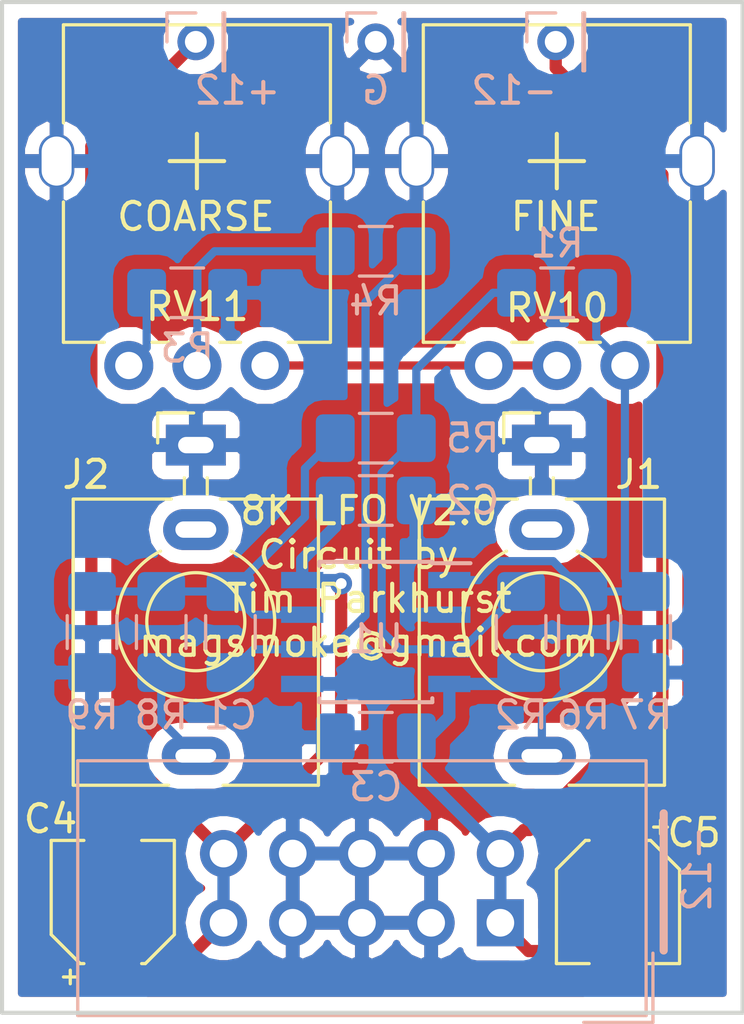
<source format=kicad_pcb>
(kicad_pcb (version 20171130) (host pcbnew "(5.0.1)-4")

  (general
    (thickness 1.6)
    (drawings 12)
    (tracks 80)
    (zones 0)
    (modules 23)
    (nets 15)
  )

  (page A4)
  (layers
    (0 F.Cu signal)
    (31 B.Cu signal)
    (32 B.Adhes user)
    (33 F.Adhes user)
    (34 B.Paste user)
    (35 F.Paste user)
    (36 B.SilkS user)
    (37 F.SilkS user)
    (38 B.Mask user)
    (39 F.Mask user)
    (40 Dwgs.User user hide)
    (41 Cmts.User user)
    (42 Eco1.User user)
    (43 Eco2.User user)
    (44 Edge.Cuts user)
    (45 Margin user)
    (46 B.CrtYd user)
    (47 F.CrtYd user)
    (48 B.Fab user hide)
    (49 F.Fab user hide)
  )

  (setup
    (last_trace_width 0.3)
    (trace_clearance 0.25)
    (zone_clearance 0.508)
    (zone_45_only no)
    (trace_min 0.2)
    (segment_width 0.2)
    (edge_width 0.15)
    (via_size 0.8)
    (via_drill 0.4)
    (via_min_size 0.4)
    (via_min_drill 0.3)
    (uvia_size 0.3)
    (uvia_drill 0.1)
    (uvias_allowed no)
    (uvia_min_size 0.2)
    (uvia_min_drill 0.1)
    (pcb_text_width 0.3)
    (pcb_text_size 1.5 1.5)
    (mod_edge_width 0.15)
    (mod_text_size 1 1)
    (mod_text_width 0.15)
    (pad_size 1.3 2)
    (pad_drill 1.1)
    (pad_to_mask_clearance 0.051)
    (solder_mask_min_width 0.25)
    (aux_axis_origin 0 0)
    (visible_elements 7FFFFFFF)
    (pcbplotparams
      (layerselection 0x3ffff_ffffffff)
      (usegerberextensions false)
      (usegerberattributes false)
      (usegerberadvancedattributes false)
      (creategerberjobfile false)
      (excludeedgelayer true)
      (linewidth 0.100000)
      (plotframeref false)
      (viasonmask false)
      (mode 1)
      (useauxorigin false)
      (hpglpennumber 1)
      (hpglpenspeed 20)
      (hpglpendiameter 15.000000)
      (psnegative false)
      (psa4output false)
      (plotreference true)
      (plotvalue true)
      (plotinvisibletext false)
      (padsonsilk false)
      (subtractmaskfromsilk false)
      (outputformat 1)
      (mirror false)
      (drillshape 0)
      (scaleselection 1)
      (outputdirectory "gerb/"))
  )

  (net 0 "")
  (net 1 "Net-(C1-Pad1)")
  (net 2 "Net-(C1-Pad2)")
  (net 3 GND)
  (net 4 +12v)
  (net 5 -12V)
  (net 6 "Net-(J1-PadTN)")
  (net 7 "Net-(J1-PadT)")
  (net 8 "Net-(J2-PadT)")
  (net 9 "Net-(J2-PadTN)")
  (net 10 "Net-(R1-Pad2)")
  (net 11 "Net-(R1-Pad1)")
  (net 12 "Net-(R3-Pad2)")
  (net 13 "Net-(RV10-Pad2)")
  (net 14 "Net-(R4-Pad2)")

  (net_class Default "This is the default net class."
    (clearance 0.25)
    (trace_width 0.3)
    (via_dia 0.8)
    (via_drill 0.4)
    (uvia_dia 0.3)
    (uvia_drill 0.1)
    (add_net "Net-(C1-Pad1)")
    (add_net "Net-(C1-Pad2)")
    (add_net "Net-(J1-PadT)")
    (add_net "Net-(J1-PadTN)")
    (add_net "Net-(J2-PadT)")
    (add_net "Net-(J2-PadTN)")
    (add_net "Net-(R1-Pad1)")
    (add_net "Net-(R1-Pad2)")
    (add_net "Net-(R3-Pad2)")
    (add_net "Net-(R4-Pad2)")
    (add_net "Net-(RV10-Pad2)")
  )

  (net_class PWR ""
    (clearance 0.25)
    (trace_width 0.45)
    (via_dia 0.8)
    (via_drill 0.4)
    (uvia_dia 0.3)
    (uvia_drill 0.1)
    (add_net +12v)
    (add_net -12V)
    (add_net GND)
  )

  (module Connector_PinHeader_2.00mm:PinHeader_1x01_P2.00mm_Vertical (layer B.Cu) (tedit 5C65D815) (tstamp 5C72658A)
    (at 102.108 59.8805 270)
    (descr "Through hole straight pin header, 1x01, 2.00mm pitch, single row")
    (tags "Through hole pin header THT 1x01 2.00mm single row")
    (path /5C66BA87)
    (fp_text reference J6 (at 0 2.06 270) (layer B.SilkS) hide
      (effects (font (size 1 1) (thickness 0.15)) (justify mirror))
    )
    (fp_text value -12 (at 0 -2.06 270) (layer B.Fab)
      (effects (font (size 1 1) (thickness 0.15)) (justify mirror))
    )
    (fp_line (start -0.5 1) (end 1 1) (layer B.Fab) (width 0.1))
    (fp_line (start 1 1) (end 1 -1) (layer B.Fab) (width 0.1))
    (fp_line (start 1 -1) (end -1 -1) (layer B.Fab) (width 0.1))
    (fp_line (start -1 -1) (end -1 0.5) (layer B.Fab) (width 0.1))
    (fp_line (start -1 0.5) (end -0.5 1) (layer B.Fab) (width 0.1))
    (fp_line (start -1.06 -1.06) (end 1.06 -1.06) (layer B.SilkS) (width 0.12))
    (fp_line (start -1.06 -1) (end -1.06 -1.06) (layer B.SilkS) (width 0.12))
    (fp_line (start 1.06 -1) (end 1.06 -1.06) (layer B.SilkS) (width 0.12))
    (fp_line (start -1.06 -1) (end 1.06 -1) (layer B.SilkS) (width 0.12))
    (fp_line (start -1.06 0) (end -1.06 1.06) (layer B.SilkS) (width 0.12))
    (fp_line (start -1.06 1.06) (end 0 1.06) (layer B.SilkS) (width 0.12))
    (fp_line (start -1.5 1.5) (end -1.5 -1.5) (layer B.CrtYd) (width 0.05))
    (fp_line (start -1.5 -1.5) (end 1.5 -1.5) (layer B.CrtYd) (width 0.05))
    (fp_line (start 1.5 -1.5) (end 1.5 1.5) (layer B.CrtYd) (width 0.05))
    (fp_line (start 1.5 1.5) (end -1.5 1.5) (layer B.CrtYd) (width 0.05))
    (fp_text user %R (at 0 0 180) (layer B.Fab)
      (effects (font (size 1 1) (thickness 0.15)) (justify mirror))
    )
    (pad 1 thru_hole circle (at 0 0 270) (size 1.35 1.35) (drill 0.8) (layers *.Cu *.Mask)
      (net 5 -12V))
    (model ${KISYS3DMOD}/Connector_PinHeader_2.00mm.3dshapes/PinHeader_1x01_P2.00mm_Vertical.wrl
      (at (xyz 0 0 0))
      (scale (xyz 1 1 1))
      (rotate (xyz 0 0 0))
    )
  )

  (module "Custom Parts:Potentiometer_Thonk_Alpha_9mm_Vertical" (layer F.Cu) (tedit 5C7B1595) (tstamp 5C72A975)
    (at 91.44 71.755 90)
    (descr "Potentiometer, vertical, Bourns PTV09A-1 Single, http://www.bourns.com/docs/Product-Datasheets/ptv09.pdf")
    (tags "Potentiometer vertical Bourns PTV09A-1 Single")
    (path /5C65DC43)
    (fp_text reference RV11 (at 2.159 -2.4892 -180) (layer F.SilkS)
      (effects (font (size 1 1) (thickness 0.15)))
    )
    (fp_text value A1M (at 6.05 5.15 90) (layer F.Fab)
      (effects (font (size 1 1) (thickness 0.15)))
    )
    (fp_line (start 7.5 -2.5) (end 7.5 -1.5) (layer F.SilkS) (width 0.15))
    (fp_line (start 7.5 -2.5) (end 6.5 -2.5) (layer F.SilkS) (width 0.15))
    (fp_line (start 7.5 -2.5) (end 7.5 -3.5) (layer F.SilkS) (width 0.15))
    (fp_line (start 7.5 -2.5) (end 8.5 -2.5) (layer F.SilkS) (width 0.15))
    (fp_text user %R (at 2 -2.5 -180) (layer F.Fab)
      (effects (font (size 1 1) (thickness 0.15)))
    )
    (fp_line (start 12.65 -9.15) (end -1.15 -9.15) (layer F.CrtYd) (width 0.05))
    (fp_line (start 12.65 4.15) (end 12.65 -9.15) (layer F.CrtYd) (width 0.05))
    (fp_line (start -1.15 4.15) (end 12.65 4.15) (layer F.CrtYd) (width 0.05))
    (fp_line (start -1.15 -9.15) (end -1.15 4.15) (layer F.CrtYd) (width 0.05))
    (fp_line (start 12.5 -7.4) (end 12.5 2.4) (layer F.SilkS) (width 0.12))
    (fp_line (start 0.85 0.85) (end 0.85 2.4) (layer F.SilkS) (width 0.12))
    (fp_line (start 0.85 -1.659) (end 0.85 -0.9) (layer F.SilkS) (width 0.12))
    (fp_line (start 0.85 -4.15) (end 0.85 -3.391) (layer F.SilkS) (width 0.12))
    (fp_line (start 0.85 -7.4) (end 0.85 -5.9) (layer F.SilkS) (width 0.12))
    (fp_line (start 8.9 -7.4) (end 12.5 -7.4) (layer F.SilkS) (width 0.12))
    (fp_line (start 0.85 -7.4) (end 6 -7.4) (layer F.SilkS) (width 0.12))
    (fp_line (start 12.35 -7.25) (end 1 -7.25) (layer F.Fab) (width 0.1))
    (fp_line (start 12.35 2.25) (end 12.35 -7.25) (layer F.Fab) (width 0.1))
    (fp_line (start 1 2.25) (end 12.35 2.25) (layer F.Fab) (width 0.1))
    (fp_line (start 1 -7.25) (end 1 2.25) (layer F.Fab) (width 0.1))
    (fp_circle (center 7.5 -2.5) (end 11 -2.5) (layer F.Fab) (width 0.1))
    (fp_line (start 0.85 2.4) (end 6 2.4) (layer F.SilkS) (width 0.12))
    (fp_line (start 8.9 2.4) (end 12.5 2.4) (layer F.SilkS) (width 0.12))
    (pad "" thru_hole oval (at 7.5 -7.65 180) (size 1.3 2) (drill oval 1.1 1.8) (layers *.Cu *.Mask)
      (net 3 GND))
    (pad 1 thru_hole circle (at 0 0 90) (size 1.8 1.8) (drill 1) (layers *.Cu *.Mask)
      (net 13 "Net-(RV10-Pad2)"))
    (pad 2 thru_hole circle (at 0 -2.5 90) (size 1.8 1.8) (drill 1) (layers *.Cu *.Mask)
      (net 14 "Net-(R4-Pad2)"))
    (pad 3 thru_hole circle (at 0 -5 90) (size 1.8 1.8) (drill 1) (layers *.Cu *.Mask)
      (net 12 "Net-(R3-Pad2)"))
    (pad "" thru_hole oval (at 7.5 2.65 180) (size 1.3 2) (drill oval 1.1 1.8) (layers *.Cu *.Mask)
      (net 3 GND))
    (model ${KISYS3DMOD}/Potentiometer_THT.3dshapes/Potentiometer_Bourns_PTV09A-1_Single_Vertical.wrl
      (at (xyz 0 0 0))
      (scale (xyz 1 1 1))
      (rotate (xyz 0 0 0))
    )
  )

  (module Capacitor_SMD:C_1206_3216Metric_Pad1.42x1.75mm_HandSolder (layer B.Cu) (tedit 5B301BBE) (tstamp 5C6920D5)
    (at 90.17 81.534 90)
    (descr "Capacitor SMD 1206 (3216 Metric), square (rectangular) end terminal, IPC_7351 nominal with elongated pad for handsoldering. (Body size source: http://www.tortai-tech.com/upload/download/2011102023233369053.pdf), generated with kicad-footprint-generator")
    (tags "capacitor handsolder")
    (path /5C65EF14)
    (attr smd)
    (fp_text reference C1 (at -3.048 0 180) (layer B.SilkS)
      (effects (font (size 1 1) (thickness 0.15)) (justify mirror))
    )
    (fp_text value 3300pF (at 0 -1.82 90) (layer B.Fab)
      (effects (font (size 1 1) (thickness 0.15)) (justify mirror))
    )
    (fp_line (start -1.6 -0.8) (end -1.6 0.8) (layer B.Fab) (width 0.1))
    (fp_line (start -1.6 0.8) (end 1.6 0.8) (layer B.Fab) (width 0.1))
    (fp_line (start 1.6 0.8) (end 1.6 -0.8) (layer B.Fab) (width 0.1))
    (fp_line (start 1.6 -0.8) (end -1.6 -0.8) (layer B.Fab) (width 0.1))
    (fp_line (start -0.602064 0.91) (end 0.602064 0.91) (layer B.SilkS) (width 0.12))
    (fp_line (start -0.602064 -0.91) (end 0.602064 -0.91) (layer B.SilkS) (width 0.12))
    (fp_line (start -2.45 -1.12) (end -2.45 1.12) (layer B.CrtYd) (width 0.05))
    (fp_line (start -2.45 1.12) (end 2.45 1.12) (layer B.CrtYd) (width 0.05))
    (fp_line (start 2.45 1.12) (end 2.45 -1.12) (layer B.CrtYd) (width 0.05))
    (fp_line (start 2.45 -1.12) (end -2.45 -1.12) (layer B.CrtYd) (width 0.05))
    (fp_text user %R (at 0 0 90) (layer B.Fab)
      (effects (font (size 0.8 0.8) (thickness 0.12)) (justify mirror))
    )
    (pad 1 smd roundrect (at -1.4875 0 90) (size 1.425 1.75) (layers B.Cu B.Paste B.Mask) (roundrect_rratio 0.175439)
      (net 1 "Net-(C1-Pad1)"))
    (pad 2 smd roundrect (at 1.4875 0 90) (size 1.425 1.75) (layers B.Cu B.Paste B.Mask) (roundrect_rratio 0.175439)
      (net 2 "Net-(C1-Pad2)"))
    (model ${KISYS3DMOD}/Capacitor_SMD.3dshapes/C_1206_3216Metric.wrl
      (at (xyz 0 0 0))
      (scale (xyz 1 1 1))
      (rotate (xyz 0 0 0))
    )
  )

  (module Capacitor_SMD:C_1206_3216Metric_Pad1.42x1.75mm_HandSolder (layer B.Cu) (tedit 5B301BBE) (tstamp 5C6920A5)
    (at 95.504 76.708)
    (descr "Capacitor SMD 1206 (3216 Metric), square (rectangular) end terminal, IPC_7351 nominal with elongated pad for handsoldering. (Body size source: http://www.tortai-tech.com/upload/download/2011102023233369053.pdf), generated with kicad-footprint-generator")
    (tags "capacitor handsolder")
    (path /5C663F9A)
    (attr smd)
    (fp_text reference C2 (at 3.556 0) (layer B.SilkS)
      (effects (font (size 1 1) (thickness 0.15)) (justify mirror))
    )
    (fp_text value 0.1uF (at 0 -1.82) (layer B.Fab)
      (effects (font (size 1 1) (thickness 0.15)) (justify mirror))
    )
    (fp_text user %R (at 0 0) (layer B.Fab)
      (effects (font (size 0.8 0.8) (thickness 0.12)) (justify mirror))
    )
    (fp_line (start 2.45 -1.12) (end -2.45 -1.12) (layer B.CrtYd) (width 0.05))
    (fp_line (start 2.45 1.12) (end 2.45 -1.12) (layer B.CrtYd) (width 0.05))
    (fp_line (start -2.45 1.12) (end 2.45 1.12) (layer B.CrtYd) (width 0.05))
    (fp_line (start -2.45 -1.12) (end -2.45 1.12) (layer B.CrtYd) (width 0.05))
    (fp_line (start -0.602064 -0.91) (end 0.602064 -0.91) (layer B.SilkS) (width 0.12))
    (fp_line (start -0.602064 0.91) (end 0.602064 0.91) (layer B.SilkS) (width 0.12))
    (fp_line (start 1.6 -0.8) (end -1.6 -0.8) (layer B.Fab) (width 0.1))
    (fp_line (start 1.6 0.8) (end 1.6 -0.8) (layer B.Fab) (width 0.1))
    (fp_line (start -1.6 0.8) (end 1.6 0.8) (layer B.Fab) (width 0.1))
    (fp_line (start -1.6 -0.8) (end -1.6 0.8) (layer B.Fab) (width 0.1))
    (pad 2 smd roundrect (at 1.4875 0) (size 1.425 1.75) (layers B.Cu B.Paste B.Mask) (roundrect_rratio 0.175439)
      (net 3 GND))
    (pad 1 smd roundrect (at -1.4875 0) (size 1.425 1.75) (layers B.Cu B.Paste B.Mask) (roundrect_rratio 0.175439)
      (net 4 +12v))
    (model ${KISYS3DMOD}/Capacitor_SMD.3dshapes/C_1206_3216Metric.wrl
      (at (xyz 0 0 0))
      (scale (xyz 1 1 1))
      (rotate (xyz 0 0 0))
    )
  )

  (module Capacitor_SMD:C_1206_3216Metric_Pad1.42x1.75mm_HandSolder (layer B.Cu) (tedit 5B301BBE) (tstamp 5C6A3DEF)
    (at 95.504 85.3948)
    (descr "Capacitor SMD 1206 (3216 Metric), square (rectangular) end terminal, IPC_7351 nominal with elongated pad for handsoldering. (Body size source: http://www.tortai-tech.com/upload/download/2011102023233369053.pdf), generated with kicad-footprint-generator")
    (tags "capacitor handsolder")
    (path /5C66458E)
    (attr smd)
    (fp_text reference C3 (at 0 1.82) (layer B.SilkS)
      (effects (font (size 1 1) (thickness 0.15)) (justify mirror))
    )
    (fp_text value 0.1uF (at 0 -1.82) (layer B.Fab)
      (effects (font (size 1 1) (thickness 0.15)) (justify mirror))
    )
    (fp_line (start -1.6 -0.8) (end -1.6 0.8) (layer B.Fab) (width 0.1))
    (fp_line (start -1.6 0.8) (end 1.6 0.8) (layer B.Fab) (width 0.1))
    (fp_line (start 1.6 0.8) (end 1.6 -0.8) (layer B.Fab) (width 0.1))
    (fp_line (start 1.6 -0.8) (end -1.6 -0.8) (layer B.Fab) (width 0.1))
    (fp_line (start -0.602064 0.91) (end 0.602064 0.91) (layer B.SilkS) (width 0.12))
    (fp_line (start -0.602064 -0.91) (end 0.602064 -0.91) (layer B.SilkS) (width 0.12))
    (fp_line (start -2.45 -1.12) (end -2.45 1.12) (layer B.CrtYd) (width 0.05))
    (fp_line (start -2.45 1.12) (end 2.45 1.12) (layer B.CrtYd) (width 0.05))
    (fp_line (start 2.45 1.12) (end 2.45 -1.12) (layer B.CrtYd) (width 0.05))
    (fp_line (start 2.45 -1.12) (end -2.45 -1.12) (layer B.CrtYd) (width 0.05))
    (fp_text user %R (at 0 0) (layer B.Fab)
      (effects (font (size 0.8 0.8) (thickness 0.12)) (justify mirror))
    )
    (pad 1 smd roundrect (at -1.4875 0) (size 1.425 1.75) (layers B.Cu B.Paste B.Mask) (roundrect_rratio 0.175439)
      (net 3 GND))
    (pad 2 smd roundrect (at 1.4875 0) (size 1.425 1.75) (layers B.Cu B.Paste B.Mask) (roundrect_rratio 0.175439)
      (net 5 -12V))
    (model ${KISYS3DMOD}/Capacitor_SMD.3dshapes/C_1206_3216Metric.wrl
      (at (xyz 0 0 0))
      (scale (xyz 1 1 1))
      (rotate (xyz 0 0 0))
    )
  )

  (module Capacitor_SMD:CP_Elec_4x5.4 (layer F.Cu) (tedit 5BCA39CF) (tstamp 5C692017)
    (at 85.852 91.44 90)
    (descr "SMD capacitor, aluminum electrolytic, Panasonic A5 / Nichicon, 4.0x5.4mm")
    (tags "capacitor electrolytic")
    (path /5C6650A8)
    (attr smd)
    (fp_text reference C4 (at 3.048 -2.286 180) (layer F.SilkS)
      (effects (font (size 1 1) (thickness 0.15)))
    )
    (fp_text value 10uF (at 0 3.2 90) (layer F.Fab)
      (effects (font (size 1 1) (thickness 0.15)))
    )
    (fp_circle (center 0 0) (end 2 0) (layer F.Fab) (width 0.1))
    (fp_line (start 2.15 -2.15) (end 2.15 2.15) (layer F.Fab) (width 0.1))
    (fp_line (start -1.15 -2.15) (end 2.15 -2.15) (layer F.Fab) (width 0.1))
    (fp_line (start -1.15 2.15) (end 2.15 2.15) (layer F.Fab) (width 0.1))
    (fp_line (start -2.15 -1.15) (end -2.15 1.15) (layer F.Fab) (width 0.1))
    (fp_line (start -2.15 -1.15) (end -1.15 -2.15) (layer F.Fab) (width 0.1))
    (fp_line (start -2.15 1.15) (end -1.15 2.15) (layer F.Fab) (width 0.1))
    (fp_line (start -1.574773 -1) (end -1.174773 -1) (layer F.Fab) (width 0.1))
    (fp_line (start -1.374773 -1.2) (end -1.374773 -0.8) (layer F.Fab) (width 0.1))
    (fp_line (start 2.26 2.26) (end 2.26 1.06) (layer F.SilkS) (width 0.12))
    (fp_line (start 2.26 -2.26) (end 2.26 -1.06) (layer F.SilkS) (width 0.12))
    (fp_line (start -1.195563 -2.26) (end 2.26 -2.26) (layer F.SilkS) (width 0.12))
    (fp_line (start -1.195563 2.26) (end 2.26 2.26) (layer F.SilkS) (width 0.12))
    (fp_line (start -2.26 1.195563) (end -2.26 1.06) (layer F.SilkS) (width 0.12))
    (fp_line (start -2.26 -1.195563) (end -2.26 -1.06) (layer F.SilkS) (width 0.12))
    (fp_line (start -2.26 -1.195563) (end -1.195563 -2.26) (layer F.SilkS) (width 0.12))
    (fp_line (start -2.26 1.195563) (end -1.195563 2.26) (layer F.SilkS) (width 0.12))
    (fp_line (start -3 -1.56) (end -2.5 -1.56) (layer F.SilkS) (width 0.12))
    (fp_line (start -2.75 -1.81) (end -2.75 -1.31) (layer F.SilkS) (width 0.12))
    (fp_line (start 2.4 -2.4) (end 2.4 -1.05) (layer F.CrtYd) (width 0.05))
    (fp_line (start 2.4 -1.05) (end 3.35 -1.05) (layer F.CrtYd) (width 0.05))
    (fp_line (start 3.35 -1.05) (end 3.35 1.05) (layer F.CrtYd) (width 0.05))
    (fp_line (start 3.35 1.05) (end 2.4 1.05) (layer F.CrtYd) (width 0.05))
    (fp_line (start 2.4 1.05) (end 2.4 2.4) (layer F.CrtYd) (width 0.05))
    (fp_line (start -1.25 2.4) (end 2.4 2.4) (layer F.CrtYd) (width 0.05))
    (fp_line (start -1.25 -2.4) (end 2.4 -2.4) (layer F.CrtYd) (width 0.05))
    (fp_line (start -2.4 1.25) (end -1.25 2.4) (layer F.CrtYd) (width 0.05))
    (fp_line (start -2.4 -1.25) (end -1.25 -2.4) (layer F.CrtYd) (width 0.05))
    (fp_line (start -2.4 -1.25) (end -2.4 -1.05) (layer F.CrtYd) (width 0.05))
    (fp_line (start -2.4 1.05) (end -2.4 1.25) (layer F.CrtYd) (width 0.05))
    (fp_line (start -2.4 -1.05) (end -3.35 -1.05) (layer F.CrtYd) (width 0.05))
    (fp_line (start -3.35 -1.05) (end -3.35 1.05) (layer F.CrtYd) (width 0.05))
    (fp_line (start -3.35 1.05) (end -2.4 1.05) (layer F.CrtYd) (width 0.05))
    (fp_text user %R (at 0 0 90) (layer F.Fab)
      (effects (font (size 0.8 0.8) (thickness 0.12)))
    )
    (pad 1 smd roundrect (at -1.8 0 90) (size 2.6 1.6) (layers F.Cu F.Paste F.Mask) (roundrect_rratio 0.15625)
      (net 4 +12v))
    (pad 2 smd roundrect (at 1.8 0 90) (size 2.6 1.6) (layers F.Cu F.Paste F.Mask) (roundrect_rratio 0.15625)
      (net 3 GND))
    (model ${KISYS3DMOD}/Capacitor_SMD.3dshapes/CP_Elec_4x5.4.wrl
      (at (xyz 0 0 0))
      (scale (xyz 1 1 1))
      (rotate (xyz 0 0 0))
    )
  )

  (module Capacitor_SMD:CP_Elec_4x5.4 (layer F.Cu) (tedit 5BCA39CF) (tstamp 5C691FA2)
    (at 104.394 91.44 270)
    (descr "SMD capacitor, aluminum electrolytic, Panasonic A5 / Nichicon, 4.0x5.4mm")
    (tags "capacitor electrolytic")
    (path /5C66510E)
    (attr smd)
    (fp_text reference C5 (at -2.54 -2.794) (layer F.SilkS)
      (effects (font (size 1 1) (thickness 0.15)))
    )
    (fp_text value 10uF (at 0 3.2 270) (layer F.Fab)
      (effects (font (size 1 1) (thickness 0.15)))
    )
    (fp_text user %R (at 0 0 270) (layer F.Fab)
      (effects (font (size 0.8 0.8) (thickness 0.12)))
    )
    (fp_line (start -3.35 1.05) (end -2.4 1.05) (layer F.CrtYd) (width 0.05))
    (fp_line (start -3.35 -1.05) (end -3.35 1.05) (layer F.CrtYd) (width 0.05))
    (fp_line (start -2.4 -1.05) (end -3.35 -1.05) (layer F.CrtYd) (width 0.05))
    (fp_line (start -2.4 1.05) (end -2.4 1.25) (layer F.CrtYd) (width 0.05))
    (fp_line (start -2.4 -1.25) (end -2.4 -1.05) (layer F.CrtYd) (width 0.05))
    (fp_line (start -2.4 -1.25) (end -1.25 -2.4) (layer F.CrtYd) (width 0.05))
    (fp_line (start -2.4 1.25) (end -1.25 2.4) (layer F.CrtYd) (width 0.05))
    (fp_line (start -1.25 -2.4) (end 2.4 -2.4) (layer F.CrtYd) (width 0.05))
    (fp_line (start -1.25 2.4) (end 2.4 2.4) (layer F.CrtYd) (width 0.05))
    (fp_line (start 2.4 1.05) (end 2.4 2.4) (layer F.CrtYd) (width 0.05))
    (fp_line (start 3.35 1.05) (end 2.4 1.05) (layer F.CrtYd) (width 0.05))
    (fp_line (start 3.35 -1.05) (end 3.35 1.05) (layer F.CrtYd) (width 0.05))
    (fp_line (start 2.4 -1.05) (end 3.35 -1.05) (layer F.CrtYd) (width 0.05))
    (fp_line (start 2.4 -2.4) (end 2.4 -1.05) (layer F.CrtYd) (width 0.05))
    (fp_line (start -2.75 -1.81) (end -2.75 -1.31) (layer F.SilkS) (width 0.12))
    (fp_line (start -3 -1.56) (end -2.5 -1.56) (layer F.SilkS) (width 0.12))
    (fp_line (start -2.26 1.195563) (end -1.195563 2.26) (layer F.SilkS) (width 0.12))
    (fp_line (start -2.26 -1.195563) (end -1.195563 -2.26) (layer F.SilkS) (width 0.12))
    (fp_line (start -2.26 -1.195563) (end -2.26 -1.06) (layer F.SilkS) (width 0.12))
    (fp_line (start -2.26 1.195563) (end -2.26 1.06) (layer F.SilkS) (width 0.12))
    (fp_line (start -1.195563 2.26) (end 2.26 2.26) (layer F.SilkS) (width 0.12))
    (fp_line (start -1.195563 -2.26) (end 2.26 -2.26) (layer F.SilkS) (width 0.12))
    (fp_line (start 2.26 -2.26) (end 2.26 -1.06) (layer F.SilkS) (width 0.12))
    (fp_line (start 2.26 2.26) (end 2.26 1.06) (layer F.SilkS) (width 0.12))
    (fp_line (start -1.374773 -1.2) (end -1.374773 -0.8) (layer F.Fab) (width 0.1))
    (fp_line (start -1.574773 -1) (end -1.174773 -1) (layer F.Fab) (width 0.1))
    (fp_line (start -2.15 1.15) (end -1.15 2.15) (layer F.Fab) (width 0.1))
    (fp_line (start -2.15 -1.15) (end -1.15 -2.15) (layer F.Fab) (width 0.1))
    (fp_line (start -2.15 -1.15) (end -2.15 1.15) (layer F.Fab) (width 0.1))
    (fp_line (start -1.15 2.15) (end 2.15 2.15) (layer F.Fab) (width 0.1))
    (fp_line (start -1.15 -2.15) (end 2.15 -2.15) (layer F.Fab) (width 0.1))
    (fp_line (start 2.15 -2.15) (end 2.15 2.15) (layer F.Fab) (width 0.1))
    (fp_circle (center 0 0) (end 2 0) (layer F.Fab) (width 0.1))
    (pad 2 smd roundrect (at 1.8 0 270) (size 2.6 1.6) (layers F.Cu F.Paste F.Mask) (roundrect_rratio 0.15625)
      (net 5 -12V))
    (pad 1 smd roundrect (at -1.8 0 270) (size 2.6 1.6) (layers F.Cu F.Paste F.Mask) (roundrect_rratio 0.15625)
      (net 3 GND))
    (model ${KISYS3DMOD}/Capacitor_SMD.3dshapes/CP_Elec_4x5.4.wrl
      (at (xyz 0 0 0))
      (scale (xyz 1 1 1))
      (rotate (xyz 0 0 0))
    )
  )

  (module "Custom Parts:3.5mm_tip_switch_thonkiconn" (layer F.Cu) (tedit 5C3C022D) (tstamp 5C691F31)
    (at 101.6 74.676)
    (descr "TRS 3.5mm, vertical, Thonkiconn, PCB mount, (http://www.qingpu-electronics.com/en/products/WQP-PJ398SM-362.html)")
    (tags "WQP-PJ398SM TRS 3.5mm mono vertical jack thonkiconn qingpu")
    (path /5C661292)
    (fp_text reference J1 (at 3.556 1.08 180) (layer F.SilkS)
      (effects (font (size 1 1) (thickness 0.15)))
    )
    (fp_text value SQR (at 0 5 180) (layer F.Fab)
      (effects (font (size 1 1) (thickness 0.15)))
    )
    (fp_text user KEEPOUT (at 0 6.48) (layer Cmts.User)
      (effects (font (size 0.4 0.4) (thickness 0.051)))
    )
    (fp_line (start -5 13.25) (end -5 -1.58) (layer F.CrtYd) (width 0.05))
    (fp_line (start -4.5 12.48) (end -4.5 2.08) (layer F.Fab) (width 0.1))
    (fp_text user %R (at 0 8 180) (layer F.Fab)
      (effects (font (size 1 1) (thickness 0.15)))
    )
    (fp_line (start -4.5 1.98) (end -4.5 12.48) (layer F.SilkS) (width 0.12))
    (fp_line (start 4.5 1.98) (end 4.5 12.48) (layer F.SilkS) (width 0.12))
    (fp_circle (center 0 6.48) (end 1.5 6.48) (layer Dwgs.User) (width 0.12))
    (fp_line (start 0.09 7.96) (end 1.48 6.57) (layer Dwgs.User) (width 0.12))
    (fp_line (start -0.58 7.83) (end 1.36 5.89) (layer Dwgs.User) (width 0.12))
    (fp_line (start -1.07 7.49) (end 1.01 5.41) (layer Dwgs.User) (width 0.12))
    (fp_line (start -1.42 6.875) (end 0.4 5.06) (layer Dwgs.User) (width 0.12))
    (fp_line (start -1.41 6.02) (end -0.46 5.07) (layer Dwgs.User) (width 0.12))
    (fp_arc (start 0 6.48) (end 0 9.375) (angle 153.4) (layer F.SilkS) (width 0.12))
    (fp_arc (start 0 6.48) (end 0 9.375) (angle -153.4) (layer F.SilkS) (width 0.12))
    (fp_line (start 4.5 12.48) (end 1 12.48) (layer F.SilkS) (width 0.12))
    (fp_line (start -1 12.48) (end -4.5 12.48) (layer F.SilkS) (width 0.12))
    (fp_line (start 4.5 1.98) (end 0.9 1.98) (layer F.SilkS) (width 0.12))
    (fp_line (start -0.9 1.98) (end -4.5 1.98) (layer F.SilkS) (width 0.12))
    (fp_circle (center 0 6.48) (end 1.8 6.48) (layer F.SilkS) (width 0.12))
    (fp_line (start -0.42 1.2) (end -0.42 1.8) (layer F.SilkS) (width 0.12))
    (fp_line (start 0.42 1.2) (end 0.42 1.8) (layer F.SilkS) (width 0.12))
    (fp_line (start -1.4 -1.18) (end -1.4 -0.08) (layer F.SilkS) (width 0.12))
    (fp_line (start -1.4 -1.18) (end -0.08 -1.18) (layer F.SilkS) (width 0.12))
    (fp_line (start 4.5 12.48) (end 4.5 2.08) (layer F.Fab) (width 0.1))
    (fp_line (start 4.5 12.48) (end -4.5 12.48) (layer F.Fab) (width 0.1))
    (fp_line (start 5 13.25) (end 5 -1.58) (layer F.CrtYd) (width 0.05))
    (fp_line (start 5 13.25) (end -5 13.25) (layer F.CrtYd) (width 0.05))
    (fp_line (start 5 -1.58) (end -5 -1.58) (layer F.CrtYd) (width 0.05))
    (fp_line (start 4.5 2.03) (end -4.5 2.03) (layer F.Fab) (width 0.1))
    (fp_circle (center 0 6.48) (end 1.8 6.48) (layer F.Fab) (width 0.1))
    (fp_line (start 0 0) (end 0 2.03) (layer F.Fab) (width 0.1))
    (pad TN thru_hole oval (at 0 3.1 180) (size 2.4 1.5) (drill oval 1.5 0.6) (layers *.Cu *.Mask)
      (net 6 "Net-(J1-PadTN)"))
    (pad S thru_hole rect (at 0 0 180) (size 2.2 1.5) (drill oval 1.3 0.6) (layers *.Cu *.Mask)
      (net 3 GND))
    (pad T thru_hole oval (at 0 11.4 180) (size 2.5 1.4) (drill oval 1.5 0.5) (layers *.Cu *.Mask)
      (net 7 "Net-(J1-PadT)"))
    (model ${KISYS3DMOD}/Connector_Audio.3dshapes/Jack_3.5mm_QingPu_WQP-PJ398SM_Vertical.wrl
      (at (xyz 0 0 0))
      (scale (xyz 1 1 1))
      (rotate (xyz 0 0 0))
    )
  )

  (module "Custom Parts:3.5mm_tip_switch_thonkiconn" (layer F.Cu) (tedit 5C3C022D) (tstamp 5C691EC2)
    (at 88.9 74.676)
    (descr "TRS 3.5mm, vertical, Thonkiconn, PCB mount, (http://www.qingpu-electronics.com/en/products/WQP-PJ398SM-362.html)")
    (tags "WQP-PJ398SM TRS 3.5mm mono vertical jack thonkiconn qingpu")
    (path /5C660C71)
    (fp_text reference J2 (at -4.03 1.08 180) (layer F.SilkS)
      (effects (font (size 1 1) (thickness 0.15)))
    )
    (fp_text value TRI (at 0 5 180) (layer F.Fab)
      (effects (font (size 1 1) (thickness 0.15)))
    )
    (fp_line (start 0 0) (end 0 2.03) (layer F.Fab) (width 0.1))
    (fp_circle (center 0 6.48) (end 1.8 6.48) (layer F.Fab) (width 0.1))
    (fp_line (start 4.5 2.03) (end -4.5 2.03) (layer F.Fab) (width 0.1))
    (fp_line (start 5 -1.58) (end -5 -1.58) (layer F.CrtYd) (width 0.05))
    (fp_line (start 5 13.25) (end -5 13.25) (layer F.CrtYd) (width 0.05))
    (fp_line (start 5 13.25) (end 5 -1.58) (layer F.CrtYd) (width 0.05))
    (fp_line (start 4.5 12.48) (end -4.5 12.48) (layer F.Fab) (width 0.1))
    (fp_line (start 4.5 12.48) (end 4.5 2.08) (layer F.Fab) (width 0.1))
    (fp_line (start -1.4 -1.18) (end -0.08 -1.18) (layer F.SilkS) (width 0.12))
    (fp_line (start -1.4 -1.18) (end -1.4 -0.08) (layer F.SilkS) (width 0.12))
    (fp_line (start 0.42 1.2) (end 0.42 1.8) (layer F.SilkS) (width 0.12))
    (fp_line (start -0.42 1.2) (end -0.42 1.8) (layer F.SilkS) (width 0.12))
    (fp_circle (center 0 6.48) (end 1.8 6.48) (layer F.SilkS) (width 0.12))
    (fp_line (start -0.9 1.98) (end -4.5 1.98) (layer F.SilkS) (width 0.12))
    (fp_line (start 4.5 1.98) (end 0.9 1.98) (layer F.SilkS) (width 0.12))
    (fp_line (start -1 12.48) (end -4.5 12.48) (layer F.SilkS) (width 0.12))
    (fp_line (start 4.5 12.48) (end 1 12.48) (layer F.SilkS) (width 0.12))
    (fp_arc (start 0 6.48) (end 0 9.375) (angle -153.4) (layer F.SilkS) (width 0.12))
    (fp_arc (start 0 6.48) (end 0 9.375) (angle 153.4) (layer F.SilkS) (width 0.12))
    (fp_line (start -1.41 6.02) (end -0.46 5.07) (layer Dwgs.User) (width 0.12))
    (fp_line (start -1.42 6.875) (end 0.4 5.06) (layer Dwgs.User) (width 0.12))
    (fp_line (start -1.07 7.49) (end 1.01 5.41) (layer Dwgs.User) (width 0.12))
    (fp_line (start -0.58 7.83) (end 1.36 5.89) (layer Dwgs.User) (width 0.12))
    (fp_line (start 0.09 7.96) (end 1.48 6.57) (layer Dwgs.User) (width 0.12))
    (fp_circle (center 0 6.48) (end 1.5 6.48) (layer Dwgs.User) (width 0.12))
    (fp_line (start 4.5 1.98) (end 4.5 12.48) (layer F.SilkS) (width 0.12))
    (fp_line (start -4.5 1.98) (end -4.5 12.48) (layer F.SilkS) (width 0.12))
    (fp_text user %R (at 0 8 180) (layer F.Fab)
      (effects (font (size 1 1) (thickness 0.15)))
    )
    (fp_line (start -4.5 12.48) (end -4.5 2.08) (layer F.Fab) (width 0.1))
    (fp_line (start -5 13.25) (end -5 -1.58) (layer F.CrtYd) (width 0.05))
    (fp_text user KEEPOUT (at 0 6.48) (layer Cmts.User)
      (effects (font (size 0.4 0.4) (thickness 0.051)))
    )
    (pad T thru_hole oval (at 0 11.4 180) (size 2.5 1.4) (drill oval 1.5 0.5) (layers *.Cu *.Mask)
      (net 8 "Net-(J2-PadT)"))
    (pad S thru_hole rect (at 0 0 180) (size 2.2 1.5) (drill oval 1.3 0.6) (layers *.Cu *.Mask)
      (net 3 GND))
    (pad TN thru_hole oval (at 0 3.1 180) (size 2.4 1.5) (drill oval 1.5 0.6) (layers *.Cu *.Mask)
      (net 9 "Net-(J2-PadTN)"))
    (model ${KISYS3DMOD}/Connector_Audio.3dshapes/Jack_3.5mm_QingPu_WQP-PJ398SM_Vertical.wrl
      (at (xyz 0 0 0))
      (scale (xyz 1 1 1))
      (rotate (xyz 0 0 0))
    )
  )

  (module Connector_IDC:IDC-Header_2x05_P2.54mm_Vertical (layer B.Cu) (tedit 5C65D7BE) (tstamp 5C691E4F)
    (at 100.076 92.202 90)
    (descr "Through hole straight IDC box header, 2x05, 2.54mm pitch, double rows")
    (tags "Through hole IDC box header THT 2x05 2.54mm double row")
    (path /5C666577)
    (fp_text reference J3 (at 1.27 6.604 90) (layer B.SilkS) hide
      (effects (font (size 1 1) (thickness 0.15)) (justify mirror))
    )
    (fp_text value Conn_02x05_Odd_Even (at 1.27 -16.764 90) (layer B.Fab)
      (effects (font (size 1 1) (thickness 0.15)) (justify mirror))
    )
    (fp_text user %R (at 1.27 -5.08 90) (layer B.Fab)
      (effects (font (size 1 1) (thickness 0.15)) (justify mirror))
    )
    (fp_line (start 5.695 5.1) (end 5.695 -15.26) (layer B.Fab) (width 0.1))
    (fp_line (start 5.145 4.56) (end 5.145 -14.7) (layer B.Fab) (width 0.1))
    (fp_line (start -3.155 5.1) (end -3.155 -15.26) (layer B.Fab) (width 0.1))
    (fp_line (start -2.605 4.56) (end -2.605 -2.83) (layer B.Fab) (width 0.1))
    (fp_line (start -2.605 -7.33) (end -2.605 -14.7) (layer B.Fab) (width 0.1))
    (fp_line (start -2.605 -2.83) (end -3.155 -2.83) (layer B.Fab) (width 0.1))
    (fp_line (start -2.605 -7.33) (end -3.155 -7.33) (layer B.Fab) (width 0.1))
    (fp_line (start 5.695 5.1) (end -3.155 5.1) (layer B.Fab) (width 0.1))
    (fp_line (start 5.145 4.56) (end -2.605 4.56) (layer B.Fab) (width 0.1))
    (fp_line (start 5.695 -15.26) (end -3.155 -15.26) (layer B.Fab) (width 0.1))
    (fp_line (start 5.145 -14.7) (end -2.605 -14.7) (layer B.Fab) (width 0.1))
    (fp_line (start 5.695 5.1) (end 5.145 4.56) (layer B.Fab) (width 0.1))
    (fp_line (start 5.695 -15.26) (end 5.145 -14.7) (layer B.Fab) (width 0.1))
    (fp_line (start -3.155 5.1) (end -2.605 4.56) (layer B.Fab) (width 0.1))
    (fp_line (start -3.155 -15.26) (end -2.605 -14.7) (layer B.Fab) (width 0.1))
    (fp_line (start 5.95 5.35) (end 5.95 -15.51) (layer B.CrtYd) (width 0.05))
    (fp_line (start 5.95 -15.51) (end -3.41 -15.51) (layer B.CrtYd) (width 0.05))
    (fp_line (start -3.41 -15.51) (end -3.41 5.35) (layer B.CrtYd) (width 0.05))
    (fp_line (start -3.41 5.35) (end 5.95 5.35) (layer B.CrtYd) (width 0.05))
    (fp_line (start 5.945 5.35) (end 5.945 -15.51) (layer B.SilkS) (width 0.12))
    (fp_line (start 5.945 -15.51) (end -3.405 -15.51) (layer B.SilkS) (width 0.12))
    (fp_line (start -3.405 -15.51) (end -3.405 5.35) (layer B.SilkS) (width 0.12))
    (fp_line (start -3.405 5.35) (end 5.945 5.35) (layer B.SilkS) (width 0.12))
    (fp_line (start -3.655 5.6) (end -3.655 3.06) (layer B.SilkS) (width 0.12))
    (fp_line (start -3.655 5.6) (end -1.115 5.6) (layer B.SilkS) (width 0.12))
    (pad 1 thru_hole rect (at 0 0 90) (size 1.7272 1.7272) (drill 1.016) (layers *.Cu *.Mask)
      (net 5 -12V))
    (pad 2 thru_hole oval (at 2.54 0 90) (size 1.7272 1.7272) (drill 1.016) (layers *.Cu *.Mask)
      (net 5 -12V))
    (pad 3 thru_hole oval (at 0 -2.54 90) (size 1.7272 1.7272) (drill 1.016) (layers *.Cu *.Mask)
      (net 3 GND))
    (pad 4 thru_hole oval (at 2.54 -2.54 90) (size 1.7272 1.7272) (drill 1.016) (layers *.Cu *.Mask)
      (net 3 GND))
    (pad 5 thru_hole oval (at 0 -5.08 90) (size 1.7272 1.7272) (drill 1.016) (layers *.Cu *.Mask)
      (net 3 GND))
    (pad 6 thru_hole oval (at 2.54 -5.08 90) (size 1.7272 1.7272) (drill 1.016) (layers *.Cu *.Mask)
      (net 3 GND))
    (pad 7 thru_hole oval (at 0 -7.62 90) (size 1.7272 1.7272) (drill 1.016) (layers *.Cu *.Mask)
      (net 3 GND))
    (pad 8 thru_hole oval (at 2.54 -7.62 90) (size 1.7272 1.7272) (drill 1.016) (layers *.Cu *.Mask)
      (net 3 GND))
    (pad 9 thru_hole oval (at 0 -10.16 90) (size 1.7272 1.7272) (drill 1.016) (layers *.Cu *.Mask)
      (net 4 +12v))
    (pad 10 thru_hole oval (at 2.54 -10.16 90) (size 1.7272 1.7272) (drill 1.016) (layers *.Cu *.Mask)
      (net 4 +12v))
    (model ${KISYS3DMOD}/Connector_IDC.3dshapes/IDC-Header_2x05_P2.54mm_Vertical.wrl
      (at (xyz 0 0 0))
      (scale (xyz 1 1 1))
      (rotate (xyz 0 0 0))
    )
  )

  (module Connector_PinHeader_2.00mm:PinHeader_1x01_P2.00mm_Vertical (layer B.Cu) (tedit 5C65D83D) (tstamp 5C7E2216)
    (at 88.9 59.8805 270)
    (descr "Through hole straight pin header, 1x01, 2.00mm pitch, single row")
    (tags "Through hole pin header THT 1x01 2.00mm single row")
    (path /5C66B9D5)
    (fp_text reference J4 (at 0 2.06 270) (layer B.SilkS) hide
      (effects (font (size 1 1) (thickness 0.15)) (justify mirror))
    )
    (fp_text value +12 (at 0 -2.06 270) (layer B.Fab)
      (effects (font (size 1 1) (thickness 0.15)) (justify mirror))
    )
    (fp_line (start -0.5 1) (end 1 1) (layer B.Fab) (width 0.1))
    (fp_line (start 1 1) (end 1 -1) (layer B.Fab) (width 0.1))
    (fp_line (start 1 -1) (end -1 -1) (layer B.Fab) (width 0.1))
    (fp_line (start -1 -1) (end -1 0.5) (layer B.Fab) (width 0.1))
    (fp_line (start -1 0.5) (end -0.5 1) (layer B.Fab) (width 0.1))
    (fp_line (start -1.06 -1.06) (end 1.06 -1.06) (layer B.SilkS) (width 0.12))
    (fp_line (start -1.06 -1) (end -1.06 -1.06) (layer B.SilkS) (width 0.12))
    (fp_line (start 1.06 -1) (end 1.06 -1.06) (layer B.SilkS) (width 0.12))
    (fp_line (start -1.06 -1) (end 1.06 -1) (layer B.SilkS) (width 0.12))
    (fp_line (start -1.06 0) (end -1.06 1.06) (layer B.SilkS) (width 0.12))
    (fp_line (start -1.06 1.06) (end 0 1.06) (layer B.SilkS) (width 0.12))
    (fp_line (start -1.5 1.5) (end -1.5 -1.5) (layer B.CrtYd) (width 0.05))
    (fp_line (start -1.5 -1.5) (end 1.5 -1.5) (layer B.CrtYd) (width 0.05))
    (fp_line (start 1.5 -1.5) (end 1.5 1.5) (layer B.CrtYd) (width 0.05))
    (fp_line (start 1.5 1.5) (end -1.5 1.5) (layer B.CrtYd) (width 0.05))
    (fp_text user %R (at 0 0 180) (layer B.Fab)
      (effects (font (size 1 1) (thickness 0.15)) (justify mirror))
    )
    (pad 1 thru_hole circle (at 0 0 270) (size 1.35 1.35) (drill 0.8) (layers *.Cu *.Mask)
      (net 4 +12v))
    (model ${KISYS3DMOD}/Connector_PinHeader_2.00mm.3dshapes/PinHeader_1x01_P2.00mm_Vertical.wrl
      (at (xyz 0 0 0))
      (scale (xyz 1 1 1))
      (rotate (xyz 0 0 0))
    )
  )

  (module Connector_PinHeader_2.00mm:PinHeader_1x01_P2.00mm_Vertical (layer B.Cu) (tedit 5C65D831) (tstamp 5C726575)
    (at 95.504 59.8805 270)
    (descr "Through hole straight pin header, 1x01, 2.00mm pitch, single row")
    (tags "Through hole pin header THT 1x01 2.00mm single row")
    (path /5C66BA43)
    (fp_text reference J5 (at 0 2.06 270) (layer B.SilkS) hide
      (effects (font (size 1 1) (thickness 0.15)) (justify mirror))
    )
    (fp_text value GND (at 0 -2.06 270) (layer B.Fab)
      (effects (font (size 1 1) (thickness 0.15)) (justify mirror))
    )
    (fp_text user %R (at 0 0 180) (layer B.Fab)
      (effects (font (size 1 1) (thickness 0.15)) (justify mirror))
    )
    (fp_line (start 1.5 1.5) (end -1.5 1.5) (layer B.CrtYd) (width 0.05))
    (fp_line (start 1.5 -1.5) (end 1.5 1.5) (layer B.CrtYd) (width 0.05))
    (fp_line (start -1.5 -1.5) (end 1.5 -1.5) (layer B.CrtYd) (width 0.05))
    (fp_line (start -1.5 1.5) (end -1.5 -1.5) (layer B.CrtYd) (width 0.05))
    (fp_line (start -1.06 1.06) (end 0 1.06) (layer B.SilkS) (width 0.12))
    (fp_line (start -1.06 0) (end -1.06 1.06) (layer B.SilkS) (width 0.12))
    (fp_line (start -1.06 -1) (end 1.06 -1) (layer B.SilkS) (width 0.12))
    (fp_line (start 1.06 -1) (end 1.06 -1.06) (layer B.SilkS) (width 0.12))
    (fp_line (start -1.06 -1) (end -1.06 -1.06) (layer B.SilkS) (width 0.12))
    (fp_line (start -1.06 -1.06) (end 1.06 -1.06) (layer B.SilkS) (width 0.12))
    (fp_line (start -1 0.5) (end -0.5 1) (layer B.Fab) (width 0.1))
    (fp_line (start -1 -1) (end -1 0.5) (layer B.Fab) (width 0.1))
    (fp_line (start 1 -1) (end -1 -1) (layer B.Fab) (width 0.1))
    (fp_line (start 1 1) (end 1 -1) (layer B.Fab) (width 0.1))
    (fp_line (start -0.5 1) (end 1 1) (layer B.Fab) (width 0.1))
    (pad 1 thru_hole circle (at 0 0 270) (size 1.35 1.35) (drill 0.8) (layers *.Cu *.Mask)
      (net 3 GND))
    (model ${KISYS3DMOD}/Connector_PinHeader_2.00mm.3dshapes/PinHeader_1x01_P2.00mm_Vertical.wrl
      (at (xyz 0 0 0))
      (scale (xyz 1 1 1))
      (rotate (xyz 0 0 0))
    )
  )

  (module Resistor_SMD:R_1206_3216Metric_Pad1.42x1.75mm_HandSolder (layer B.Cu) (tedit 5B301BBD) (tstamp 5C691E08)
    (at 100.838 81.534 270)
    (descr "Resistor SMD 1206 (3216 Metric), square (rectangular) end terminal, IPC_7351 nominal with elongated pad for handsoldering. (Body size source: http://www.tortai-tech.com/upload/download/2011102023233369053.pdf), generated with kicad-footprint-generator")
    (tags "resistor handsolder")
    (path /5C65C87D)
    (attr smd)
    (fp_text reference R2 (at 3.048 0) (layer B.SilkS)
      (effects (font (size 1 1) (thickness 0.15)) (justify mirror))
    )
    (fp_text value 5M (at 0 -1.82 270) (layer B.Fab)
      (effects (font (size 1 1) (thickness 0.15)) (justify mirror))
    )
    (fp_line (start -1.6 -0.8) (end -1.6 0.8) (layer B.Fab) (width 0.1))
    (fp_line (start -1.6 0.8) (end 1.6 0.8) (layer B.Fab) (width 0.1))
    (fp_line (start 1.6 0.8) (end 1.6 -0.8) (layer B.Fab) (width 0.1))
    (fp_line (start 1.6 -0.8) (end -1.6 -0.8) (layer B.Fab) (width 0.1))
    (fp_line (start -0.602064 0.91) (end 0.602064 0.91) (layer B.SilkS) (width 0.12))
    (fp_line (start -0.602064 -0.91) (end 0.602064 -0.91) (layer B.SilkS) (width 0.12))
    (fp_line (start -2.45 -1.12) (end -2.45 1.12) (layer B.CrtYd) (width 0.05))
    (fp_line (start -2.45 1.12) (end 2.45 1.12) (layer B.CrtYd) (width 0.05))
    (fp_line (start 2.45 1.12) (end 2.45 -1.12) (layer B.CrtYd) (width 0.05))
    (fp_line (start 2.45 -1.12) (end -2.45 -1.12) (layer B.CrtYd) (width 0.05))
    (fp_text user %R (at 0 0 270) (layer B.Fab)
      (effects (font (size 0.8 0.8) (thickness 0.12)) (justify mirror))
    )
    (pad 1 smd roundrect (at -1.4875 0 270) (size 1.425 1.75) (layers B.Cu B.Paste B.Mask) (roundrect_rratio 0.175439)
      (net 10 "Net-(R1-Pad2)"))
    (pad 2 smd roundrect (at 1.4875 0 270) (size 1.425 1.75) (layers B.Cu B.Paste B.Mask) (roundrect_rratio 0.175439)
      (net 5 -12V))
    (model ${KISYS3DMOD}/Resistor_SMD.3dshapes/R_1206_3216Metric.wrl
      (at (xyz 0 0 0))
      (scale (xyz 1 1 1))
      (rotate (xyz 0 0 0))
    )
  )

  (module Resistor_SMD:R_1206_3216Metric_Pad1.42x1.75mm_HandSolder (layer B.Cu) (tedit 5B301BBD) (tstamp 5C7265BD)
    (at 88.5825 69.088 180)
    (descr "Resistor SMD 1206 (3216 Metric), square (rectangular) end terminal, IPC_7351 nominal with elongated pad for handsoldering. (Body size source: http://www.tortai-tech.com/upload/download/2011102023233369053.pdf), generated with kicad-footprint-generator")
    (tags "resistor handsolder")
    (path /5C65E944)
    (attr smd)
    (fp_text reference R3 (at 0 -2.032 180) (layer B.SilkS)
      (effects (font (size 1 1) (thickness 0.15)) (justify mirror))
    )
    (fp_text value 220R (at 0 -1.82 180) (layer B.Fab)
      (effects (font (size 1 1) (thickness 0.15)) (justify mirror))
    )
    (fp_text user %R (at 0 0 180) (layer B.Fab)
      (effects (font (size 0.8 0.8) (thickness 0.12)) (justify mirror))
    )
    (fp_line (start 2.45 -1.12) (end -2.45 -1.12) (layer B.CrtYd) (width 0.05))
    (fp_line (start 2.45 1.12) (end 2.45 -1.12) (layer B.CrtYd) (width 0.05))
    (fp_line (start -2.45 1.12) (end 2.45 1.12) (layer B.CrtYd) (width 0.05))
    (fp_line (start -2.45 -1.12) (end -2.45 1.12) (layer B.CrtYd) (width 0.05))
    (fp_line (start -0.602064 -0.91) (end 0.602064 -0.91) (layer B.SilkS) (width 0.12))
    (fp_line (start -0.602064 0.91) (end 0.602064 0.91) (layer B.SilkS) (width 0.12))
    (fp_line (start 1.6 -0.8) (end -1.6 -0.8) (layer B.Fab) (width 0.1))
    (fp_line (start 1.6 0.8) (end 1.6 -0.8) (layer B.Fab) (width 0.1))
    (fp_line (start -1.6 0.8) (end 1.6 0.8) (layer B.Fab) (width 0.1))
    (fp_line (start -1.6 -0.8) (end -1.6 0.8) (layer B.Fab) (width 0.1))
    (pad 2 smd roundrect (at 1.4875 0 180) (size 1.425 1.75) (layers B.Cu B.Paste B.Mask) (roundrect_rratio 0.175439)
      (net 12 "Net-(R3-Pad2)"))
    (pad 1 smd roundrect (at -1.4875 0 180) (size 1.425 1.75) (layers B.Cu B.Paste B.Mask) (roundrect_rratio 0.175439)
      (net 3 GND))
    (model ${KISYS3DMOD}/Resistor_SMD.3dshapes/R_1206_3216Metric.wrl
      (at (xyz 0 0 0))
      (scale (xyz 1 1 1))
      (rotate (xyz 0 0 0))
    )
  )

  (module Resistor_SMD:R_1206_3216Metric_Pad1.42x1.75mm_HandSolder (layer B.Cu) (tedit 5B301BBD) (tstamp 5C691DD8)
    (at 95.504 74.422)
    (descr "Resistor SMD 1206 (3216 Metric), square (rectangular) end terminal, IPC_7351 nominal with elongated pad for handsoldering. (Body size source: http://www.tortai-tech.com/upload/download/2011102023233369053.pdf), generated with kicad-footprint-generator")
    (tags "resistor handsolder")
    (path /5C65CE06)
    (attr smd)
    (fp_text reference R5 (at 3.556 0) (layer B.SilkS)
      (effects (font (size 1 1) (thickness 0.15)) (justify mirror))
    )
    (fp_text value 100K (at 0 -1.82) (layer B.Fab)
      (effects (font (size 1 1) (thickness 0.15)) (justify mirror))
    )
    (fp_line (start -1.6 -0.8) (end -1.6 0.8) (layer B.Fab) (width 0.1))
    (fp_line (start -1.6 0.8) (end 1.6 0.8) (layer B.Fab) (width 0.1))
    (fp_line (start 1.6 0.8) (end 1.6 -0.8) (layer B.Fab) (width 0.1))
    (fp_line (start 1.6 -0.8) (end -1.6 -0.8) (layer B.Fab) (width 0.1))
    (fp_line (start -0.602064 0.91) (end 0.602064 0.91) (layer B.SilkS) (width 0.12))
    (fp_line (start -0.602064 -0.91) (end 0.602064 -0.91) (layer B.SilkS) (width 0.12))
    (fp_line (start -2.45 -1.12) (end -2.45 1.12) (layer B.CrtYd) (width 0.05))
    (fp_line (start -2.45 1.12) (end 2.45 1.12) (layer B.CrtYd) (width 0.05))
    (fp_line (start 2.45 1.12) (end 2.45 -1.12) (layer B.CrtYd) (width 0.05))
    (fp_line (start 2.45 -1.12) (end -2.45 -1.12) (layer B.CrtYd) (width 0.05))
    (fp_text user %R (at 0 0) (layer B.Fab)
      (effects (font (size 0.8 0.8) (thickness 0.12)) (justify mirror))
    )
    (pad 1 smd roundrect (at -1.4875 0) (size 1.425 1.75) (layers B.Cu B.Paste B.Mask) (roundrect_rratio 0.175439)
      (net 2 "Net-(C1-Pad2)"))
    (pad 2 smd roundrect (at 1.4875 0) (size 1.425 1.75) (layers B.Cu B.Paste B.Mask) (roundrect_rratio 0.175439)
      (net 10 "Net-(R1-Pad2)"))
    (model ${KISYS3DMOD}/Resistor_SMD.3dshapes/R_1206_3216Metric.wrl
      (at (xyz 0 0 0))
      (scale (xyz 1 1 1))
      (rotate (xyz 0 0 0))
    )
  )

  (module Resistor_SMD:R_1206_3216Metric_Pad1.42x1.75mm_HandSolder (layer B.Cu) (tedit 5B301BBD) (tstamp 5C691DA8)
    (at 103.124 81.534 270)
    (descr "Resistor SMD 1206 (3216 Metric), square (rectangular) end terminal, IPC_7351 nominal with elongated pad for handsoldering. (Body size source: http://www.tortai-tech.com/upload/download/2011102023233369053.pdf), generated with kicad-footprint-generator")
    (tags "resistor handsolder")
    (path /5C65D609)
    (attr smd)
    (fp_text reference R6 (at 3.048 0) (layer B.SilkS)
      (effects (font (size 1 1) (thickness 0.15)) (justify mirror))
    )
    (fp_text value 10K (at 0 -1.82 270) (layer B.Fab)
      (effects (font (size 1 1) (thickness 0.15)) (justify mirror))
    )
    (fp_text user %R (at 0 0 270) (layer B.Fab)
      (effects (font (size 0.8 0.8) (thickness 0.12)) (justify mirror))
    )
    (fp_line (start 2.45 -1.12) (end -2.45 -1.12) (layer B.CrtYd) (width 0.05))
    (fp_line (start 2.45 1.12) (end 2.45 -1.12) (layer B.CrtYd) (width 0.05))
    (fp_line (start -2.45 1.12) (end 2.45 1.12) (layer B.CrtYd) (width 0.05))
    (fp_line (start -2.45 -1.12) (end -2.45 1.12) (layer B.CrtYd) (width 0.05))
    (fp_line (start -0.602064 -0.91) (end 0.602064 -0.91) (layer B.SilkS) (width 0.12))
    (fp_line (start -0.602064 0.91) (end 0.602064 0.91) (layer B.SilkS) (width 0.12))
    (fp_line (start 1.6 -0.8) (end -1.6 -0.8) (layer B.Fab) (width 0.1))
    (fp_line (start 1.6 0.8) (end 1.6 -0.8) (layer B.Fab) (width 0.1))
    (fp_line (start -1.6 0.8) (end 1.6 0.8) (layer B.Fab) (width 0.1))
    (fp_line (start -1.6 -0.8) (end -1.6 0.8) (layer B.Fab) (width 0.1))
    (pad 2 smd roundrect (at 1.4875 0 270) (size 1.425 1.75) (layers B.Cu B.Paste B.Mask) (roundrect_rratio 0.175439)
      (net 7 "Net-(J1-PadT)"))
    (pad 1 smd roundrect (at -1.4875 0 270) (size 1.425 1.75) (layers B.Cu B.Paste B.Mask) (roundrect_rratio 0.175439)
      (net 11 "Net-(R1-Pad1)"))
    (model ${KISYS3DMOD}/Resistor_SMD.3dshapes/R_1206_3216Metric.wrl
      (at (xyz 0 0 0))
      (scale (xyz 1 1 1))
      (rotate (xyz 0 0 0))
    )
  )

  (module Resistor_SMD:R_1206_3216Metric_Pad1.42x1.75mm_HandSolder (layer B.Cu) (tedit 5B301BBD) (tstamp 5C691D78)
    (at 105.41 81.534 270)
    (descr "Resistor SMD 1206 (3216 Metric), square (rectangular) end terminal, IPC_7351 nominal with elongated pad for handsoldering. (Body size source: http://www.tortai-tech.com/upload/download/2011102023233369053.pdf), generated with kicad-footprint-generator")
    (tags "resistor handsolder")
    (path /5C65D250)
    (attr smd)
    (fp_text reference R7 (at 3.048 0) (layer B.SilkS)
      (effects (font (size 1 1) (thickness 0.15)) (justify mirror))
    )
    (fp_text value 4.7K (at 0 -1.82 270) (layer B.Fab)
      (effects (font (size 1 1) (thickness 0.15)) (justify mirror))
    )
    (fp_line (start -1.6 -0.8) (end -1.6 0.8) (layer B.Fab) (width 0.1))
    (fp_line (start -1.6 0.8) (end 1.6 0.8) (layer B.Fab) (width 0.1))
    (fp_line (start 1.6 0.8) (end 1.6 -0.8) (layer B.Fab) (width 0.1))
    (fp_line (start 1.6 -0.8) (end -1.6 -0.8) (layer B.Fab) (width 0.1))
    (fp_line (start -0.602064 0.91) (end 0.602064 0.91) (layer B.SilkS) (width 0.12))
    (fp_line (start -0.602064 -0.91) (end 0.602064 -0.91) (layer B.SilkS) (width 0.12))
    (fp_line (start -2.45 -1.12) (end -2.45 1.12) (layer B.CrtYd) (width 0.05))
    (fp_line (start -2.45 1.12) (end 2.45 1.12) (layer B.CrtYd) (width 0.05))
    (fp_line (start 2.45 1.12) (end 2.45 -1.12) (layer B.CrtYd) (width 0.05))
    (fp_line (start 2.45 -1.12) (end -2.45 -1.12) (layer B.CrtYd) (width 0.05))
    (fp_text user %R (at 0 0 270) (layer B.Fab)
      (effects (font (size 0.8 0.8) (thickness 0.12)) (justify mirror))
    )
    (pad 1 smd roundrect (at -1.4875 0 270) (size 1.425 1.75) (layers B.Cu B.Paste B.Mask) (roundrect_rratio 0.175439)
      (net 11 "Net-(R1-Pad1)"))
    (pad 2 smd roundrect (at 1.4875 0 270) (size 1.425 1.75) (layers B.Cu B.Paste B.Mask) (roundrect_rratio 0.175439)
      (net 3 GND))
    (model ${KISYS3DMOD}/Resistor_SMD.3dshapes/R_1206_3216Metric.wrl
      (at (xyz 0 0 0))
      (scale (xyz 1 1 1))
      (rotate (xyz 0 0 0))
    )
  )

  (module Resistor_SMD:R_1206_3216Metric_Pad1.42x1.75mm_HandSolder (layer B.Cu) (tedit 5B301BBD) (tstamp 5C691D48)
    (at 87.63 81.534 270)
    (descr "Resistor SMD 1206 (3216 Metric), square (rectangular) end terminal, IPC_7351 nominal with elongated pad for handsoldering. (Body size source: http://www.tortai-tech.com/upload/download/2011102023233369053.pdf), generated with kicad-footprint-generator")
    (tags "resistor handsolder")
    (path /5C65F721)
    (attr smd)
    (fp_text reference R8 (at 3.048 0) (layer B.SilkS)
      (effects (font (size 1 1) (thickness 0.15)) (justify mirror))
    )
    (fp_text value 2K (at 0 -1.82 270) (layer B.Fab)
      (effects (font (size 1 1) (thickness 0.15)) (justify mirror))
    )
    (fp_line (start -1.6 -0.8) (end -1.6 0.8) (layer B.Fab) (width 0.1))
    (fp_line (start -1.6 0.8) (end 1.6 0.8) (layer B.Fab) (width 0.1))
    (fp_line (start 1.6 0.8) (end 1.6 -0.8) (layer B.Fab) (width 0.1))
    (fp_line (start 1.6 -0.8) (end -1.6 -0.8) (layer B.Fab) (width 0.1))
    (fp_line (start -0.602064 0.91) (end 0.602064 0.91) (layer B.SilkS) (width 0.12))
    (fp_line (start -0.602064 -0.91) (end 0.602064 -0.91) (layer B.SilkS) (width 0.12))
    (fp_line (start -2.45 -1.12) (end -2.45 1.12) (layer B.CrtYd) (width 0.05))
    (fp_line (start -2.45 1.12) (end 2.45 1.12) (layer B.CrtYd) (width 0.05))
    (fp_line (start 2.45 1.12) (end 2.45 -1.12) (layer B.CrtYd) (width 0.05))
    (fp_line (start 2.45 -1.12) (end -2.45 -1.12) (layer B.CrtYd) (width 0.05))
    (fp_text user %R (at 0 0 270) (layer B.Fab)
      (effects (font (size 0.8 0.8) (thickness 0.12)) (justify mirror))
    )
    (pad 1 smd roundrect (at -1.4875 0 270) (size 1.425 1.75) (layers B.Cu B.Paste B.Mask) (roundrect_rratio 0.175439)
      (net 2 "Net-(C1-Pad2)"))
    (pad 2 smd roundrect (at 1.4875 0 270) (size 1.425 1.75) (layers B.Cu B.Paste B.Mask) (roundrect_rratio 0.175439)
      (net 8 "Net-(J2-PadT)"))
    (model ${KISYS3DMOD}/Resistor_SMD.3dshapes/R_1206_3216Metric.wrl
      (at (xyz 0 0 0))
      (scale (xyz 1 1 1))
      (rotate (xyz 0 0 0))
    )
  )

  (module Resistor_SMD:R_1206_3216Metric_Pad1.42x1.75mm_HandSolder (layer B.Cu) (tedit 5B301BBD) (tstamp 5C691D18)
    (at 85.09 81.534 270)
    (descr "Resistor SMD 1206 (3216 Metric), square (rectangular) end terminal, IPC_7351 nominal with elongated pad for handsoldering. (Body size source: http://www.tortai-tech.com/upload/download/2011102023233369053.pdf), generated with kicad-footprint-generator")
    (tags "resistor handsolder")
    (path /5C65F77F)
    (attr smd)
    (fp_text reference R9 (at 3.048 0) (layer B.SilkS)
      (effects (font (size 1 1) (thickness 0.15)) (justify mirror))
    )
    (fp_text value 10K (at 0 -1.82 270) (layer B.Fab)
      (effects (font (size 1 1) (thickness 0.15)) (justify mirror))
    )
    (fp_text user %R (at 0 0 270) (layer B.Fab)
      (effects (font (size 0.8 0.8) (thickness 0.12)) (justify mirror))
    )
    (fp_line (start 2.45 -1.12) (end -2.45 -1.12) (layer B.CrtYd) (width 0.05))
    (fp_line (start 2.45 1.12) (end 2.45 -1.12) (layer B.CrtYd) (width 0.05))
    (fp_line (start -2.45 1.12) (end 2.45 1.12) (layer B.CrtYd) (width 0.05))
    (fp_line (start -2.45 -1.12) (end -2.45 1.12) (layer B.CrtYd) (width 0.05))
    (fp_line (start -0.602064 -0.91) (end 0.602064 -0.91) (layer B.SilkS) (width 0.12))
    (fp_line (start -0.602064 0.91) (end 0.602064 0.91) (layer B.SilkS) (width 0.12))
    (fp_line (start 1.6 -0.8) (end -1.6 -0.8) (layer B.Fab) (width 0.1))
    (fp_line (start 1.6 0.8) (end 1.6 -0.8) (layer B.Fab) (width 0.1))
    (fp_line (start -1.6 0.8) (end 1.6 0.8) (layer B.Fab) (width 0.1))
    (fp_line (start -1.6 -0.8) (end -1.6 0.8) (layer B.Fab) (width 0.1))
    (pad 2 smd roundrect (at 1.4875 0 270) (size 1.425 1.75) (layers B.Cu B.Paste B.Mask) (roundrect_rratio 0.175439)
      (net 3 GND))
    (pad 1 smd roundrect (at -1.4875 0 270) (size 1.425 1.75) (layers B.Cu B.Paste B.Mask) (roundrect_rratio 0.175439)
      (net 2 "Net-(C1-Pad2)"))
    (model ${KISYS3DMOD}/Resistor_SMD.3dshapes/R_1206_3216Metric.wrl
      (at (xyz 0 0 0))
      (scale (xyz 1 1 1))
      (rotate (xyz 0 0 0))
    )
  )

  (module "Custom Parts:Potentiometer_Thonk_Alpha_9mm_Vertical" (layer F.Cu) (tedit 5C7B1581) (tstamp 5C72A9F5)
    (at 104.648 71.755 90)
    (descr "Potentiometer, vertical, Bourns PTV09A-1 Single, http://www.bourns.com/docs/Product-Datasheets/ptv09.pdf")
    (tags "Potentiometer vertical Bourns PTV09A-1 Single")
    (path /5C65D02F)
    (fp_text reference RV10 (at 2.1082 -2.4892 180) (layer F.SilkS)
      (effects (font (size 1 1) (thickness 0.15)))
    )
    (fp_text value A1M (at 6.05 5.15 90) (layer F.Fab)
      (effects (font (size 1 1) (thickness 0.15)))
    )
    (fp_line (start 8.9 2.4) (end 12.5 2.4) (layer F.SilkS) (width 0.12))
    (fp_line (start 0.85 2.4) (end 6 2.4) (layer F.SilkS) (width 0.12))
    (fp_circle (center 7.5 -2.5) (end 11 -2.5) (layer F.Fab) (width 0.1))
    (fp_line (start 1 -7.25) (end 1 2.25) (layer F.Fab) (width 0.1))
    (fp_line (start 1 2.25) (end 12.35 2.25) (layer F.Fab) (width 0.1))
    (fp_line (start 12.35 2.25) (end 12.35 -7.25) (layer F.Fab) (width 0.1))
    (fp_line (start 12.35 -7.25) (end 1 -7.25) (layer F.Fab) (width 0.1))
    (fp_line (start 0.85 -7.4) (end 6 -7.4) (layer F.SilkS) (width 0.12))
    (fp_line (start 8.9 -7.4) (end 12.5 -7.4) (layer F.SilkS) (width 0.12))
    (fp_line (start 0.85 -7.4) (end 0.85 -5.9) (layer F.SilkS) (width 0.12))
    (fp_line (start 0.85 -4.15) (end 0.85 -3.391) (layer F.SilkS) (width 0.12))
    (fp_line (start 0.85 -1.659) (end 0.85 -0.9) (layer F.SilkS) (width 0.12))
    (fp_line (start 0.85 0.85) (end 0.85 2.4) (layer F.SilkS) (width 0.12))
    (fp_line (start 12.5 -7.4) (end 12.5 2.4) (layer F.SilkS) (width 0.12))
    (fp_line (start -1.15 -9.15) (end -1.15 4.15) (layer F.CrtYd) (width 0.05))
    (fp_line (start -1.15 4.15) (end 12.65 4.15) (layer F.CrtYd) (width 0.05))
    (fp_line (start 12.65 4.15) (end 12.65 -9.15) (layer F.CrtYd) (width 0.05))
    (fp_line (start 12.65 -9.15) (end -1.15 -9.15) (layer F.CrtYd) (width 0.05))
    (fp_text user %R (at 2 -2.5 180) (layer F.Fab)
      (effects (font (size 1 1) (thickness 0.15)))
    )
    (fp_line (start 7.5 -2.5) (end 8.5 -2.5) (layer F.SilkS) (width 0.15))
    (fp_line (start 7.5 -2.5) (end 7.5 -3.5) (layer F.SilkS) (width 0.15))
    (fp_line (start 7.5 -2.5) (end 6.5 -2.5) (layer F.SilkS) (width 0.15))
    (fp_line (start 7.5 -2.5) (end 7.5 -1.5) (layer F.SilkS) (width 0.15))
    (pad "" thru_hole oval (at 7.5 2.65 180) (size 1.3 2) (drill oval 1.1 1.8) (layers *.Cu *.Mask)
      (net 3 GND))
    (pad 3 thru_hole circle (at 0 -5 90) (size 1.8 1.8) (drill 1) (layers *.Cu *.Mask)
      (net 13 "Net-(RV10-Pad2)"))
    (pad 2 thru_hole circle (at 0 -2.5 90) (size 1.8 1.8) (drill 1) (layers *.Cu *.Mask)
      (net 13 "Net-(RV10-Pad2)"))
    (pad 1 thru_hole circle (at 0 0 90) (size 1.8 1.8) (drill 1) (layers *.Cu *.Mask)
      (net 11 "Net-(R1-Pad1)"))
    (pad "" thru_hole oval (at 7.5 -7.65 180) (size 1.3 2) (drill oval 1.1 1.8) (layers *.Cu *.Mask)
      (net 3 GND))
    (model ${KISYS3DMOD}/Potentiometer_THT.3dshapes/Potentiometer_Bourns_PTV09A-1_Single_Vertical.wrl
      (at (xyz 0 0 0))
      (scale (xyz 1 1 1))
      (rotate (xyz 0 0 0))
    )
  )

  (module Package_SO:SOIC-8_3.9x4.9mm_P1.27mm (layer B.Cu) (tedit 5A02F2D3) (tstamp 5C691CD0)
    (at 95.504 81.534 180)
    (descr "8-Lead Plastic Small Outline (SN) - Narrow, 3.90 mm Body [SOIC] (see Microchip Packaging Specification http://ww1.microchip.com/downloads/en/PackagingSpec/00000049BQ.pdf)")
    (tags "SOIC 1.27")
    (path /5C65C910)
    (attr smd)
    (fp_text reference U1 (at 0 -0.254 180) (layer B.SilkS)
      (effects (font (size 1 1) (thickness 0.15)) (justify mirror))
    )
    (fp_text value TL072 (at 0 -3.5 180) (layer B.Fab)
      (effects (font (size 1 1) (thickness 0.15)) (justify mirror))
    )
    (fp_text user %R (at 0 0 180) (layer B.Fab)
      (effects (font (size 1 1) (thickness 0.15)) (justify mirror))
    )
    (fp_line (start -0.95 2.45) (end 1.95 2.45) (layer B.Fab) (width 0.1))
    (fp_line (start 1.95 2.45) (end 1.95 -2.45) (layer B.Fab) (width 0.1))
    (fp_line (start 1.95 -2.45) (end -1.95 -2.45) (layer B.Fab) (width 0.1))
    (fp_line (start -1.95 -2.45) (end -1.95 1.45) (layer B.Fab) (width 0.1))
    (fp_line (start -1.95 1.45) (end -0.95 2.45) (layer B.Fab) (width 0.1))
    (fp_line (start -3.73 2.7) (end -3.73 -2.7) (layer B.CrtYd) (width 0.05))
    (fp_line (start 3.73 2.7) (end 3.73 -2.7) (layer B.CrtYd) (width 0.05))
    (fp_line (start -3.73 2.7) (end 3.73 2.7) (layer B.CrtYd) (width 0.05))
    (fp_line (start -3.73 -2.7) (end 3.73 -2.7) (layer B.CrtYd) (width 0.05))
    (fp_line (start -2.075 2.575) (end -2.075 2.525) (layer B.SilkS) (width 0.15))
    (fp_line (start 2.075 2.575) (end 2.075 2.43) (layer B.SilkS) (width 0.15))
    (fp_line (start 2.075 -2.575) (end 2.075 -2.43) (layer B.SilkS) (width 0.15))
    (fp_line (start -2.075 -2.575) (end -2.075 -2.43) (layer B.SilkS) (width 0.15))
    (fp_line (start -2.075 2.575) (end 2.075 2.575) (layer B.SilkS) (width 0.15))
    (fp_line (start -2.075 -2.575) (end 2.075 -2.575) (layer B.SilkS) (width 0.15))
    (fp_line (start -2.075 2.525) (end -3.475 2.525) (layer B.SilkS) (width 0.15))
    (pad 1 smd rect (at -2.7 1.905 180) (size 1.55 0.6) (layers B.Cu B.Paste B.Mask)
      (net 11 "Net-(R1-Pad1)"))
    (pad 2 smd rect (at -2.7 0.635 180) (size 1.55 0.6) (layers B.Cu B.Paste B.Mask)
      (net 3 GND))
    (pad 3 smd rect (at -2.7 -0.635 180) (size 1.55 0.6) (layers B.Cu B.Paste B.Mask)
      (net 10 "Net-(R1-Pad2)"))
    (pad 4 smd rect (at -2.7 -1.905 180) (size 1.55 0.6) (layers B.Cu B.Paste B.Mask)
      (net 5 -12V))
    (pad 5 smd rect (at 2.7 -1.905 180) (size 1.55 0.6) (layers B.Cu B.Paste B.Mask)
      (net 3 GND))
    (pad 6 smd rect (at 2.7 -0.635 180) (size 1.55 0.6) (layers B.Cu B.Paste B.Mask)
      (net 1 "Net-(C1-Pad1)"))
    (pad 7 smd rect (at 2.7 0.635 180) (size 1.55 0.6) (layers B.Cu B.Paste B.Mask)
      (net 2 "Net-(C1-Pad2)"))
    (pad 8 smd rect (at 2.7 1.905 180) (size 1.55 0.6) (layers B.Cu B.Paste B.Mask)
      (net 4 +12v))
    (model ${KISYS3DMOD}/Package_SO.3dshapes/SOIC-8_3.9x4.9mm_P1.27mm.wrl
      (at (xyz 0 0 0))
      (scale (xyz 1 1 1))
      (rotate (xyz 0 0 0))
    )
  )

  (module Resistor_SMD:R_1206_3216Metric_Pad1.42x1.75mm_HandSolder (layer B.Cu) (tedit 5B301BBD) (tstamp 5C676632)
    (at 95.504 67.564 180)
    (descr "Resistor SMD 1206 (3216 Metric), square (rectangular) end terminal, IPC_7351 nominal with elongated pad for handsoldering. (Body size source: http://www.tortai-tech.com/upload/download/2011102023233369053.pdf), generated with kicad-footprint-generator")
    (tags "resistor handsolder")
    (path /5C678325)
    (attr smd)
    (fp_text reference R4 (at 0 -1.8288 180) (layer B.SilkS)
      (effects (font (size 1 1) (thickness 0.15)) (justify mirror))
    )
    (fp_text value 1M (at 0 -1.82 180) (layer B.Fab)
      (effects (font (size 1 1) (thickness 0.15)) (justify mirror))
    )
    (fp_line (start -1.6 -0.8) (end -1.6 0.8) (layer B.Fab) (width 0.1))
    (fp_line (start -1.6 0.8) (end 1.6 0.8) (layer B.Fab) (width 0.1))
    (fp_line (start 1.6 0.8) (end 1.6 -0.8) (layer B.Fab) (width 0.1))
    (fp_line (start 1.6 -0.8) (end -1.6 -0.8) (layer B.Fab) (width 0.1))
    (fp_line (start -0.602064 0.91) (end 0.602064 0.91) (layer B.SilkS) (width 0.12))
    (fp_line (start -0.602064 -0.91) (end 0.602064 -0.91) (layer B.SilkS) (width 0.12))
    (fp_line (start -2.45 -1.12) (end -2.45 1.12) (layer B.CrtYd) (width 0.05))
    (fp_line (start -2.45 1.12) (end 2.45 1.12) (layer B.CrtYd) (width 0.05))
    (fp_line (start 2.45 1.12) (end 2.45 -1.12) (layer B.CrtYd) (width 0.05))
    (fp_line (start 2.45 -1.12) (end -2.45 -1.12) (layer B.CrtYd) (width 0.05))
    (fp_text user %R (at 0 0 180) (layer B.Fab)
      (effects (font (size 0.8 0.8) (thickness 0.12)) (justify mirror))
    )
    (pad 1 smd roundrect (at -1.4875 0 180) (size 1.425 1.75) (layers B.Cu B.Paste B.Mask) (roundrect_rratio 0.175439)
      (net 1 "Net-(C1-Pad1)"))
    (pad 2 smd roundrect (at 1.4875 0 180) (size 1.425 1.75) (layers B.Cu B.Paste B.Mask) (roundrect_rratio 0.175439)
      (net 14 "Net-(R4-Pad2)"))
    (model ${KISYS3DMOD}/Resistor_SMD.3dshapes/R_1206_3216Metric.wrl
      (at (xyz 0 0 0))
      (scale (xyz 1 1 1))
      (rotate (xyz 0 0 0))
    )
  )

  (module Resistor_SMD:R_1206_3216Metric_Pad1.42x1.75mm_HandSolder (layer B.Cu) (tedit 5B301BBD) (tstamp 5C70DC8A)
    (at 102.1588 69.088 180)
    (descr "Resistor SMD 1206 (3216 Metric), square (rectangular) end terminal, IPC_7351 nominal with elongated pad for handsoldering. (Body size source: http://www.tortai-tech.com/upload/download/2011102023233369053.pdf), generated with kicad-footprint-generator")
    (tags "resistor handsolder")
    (path /5C65CC84)
    (attr smd)
    (fp_text reference R1 (at 0 1.82 180) (layer B.SilkS)
      (effects (font (size 1 1) (thickness 0.15)) (justify mirror))
    )
    (fp_text value 200K (at 0 -1.82 180) (layer B.Fab)
      (effects (font (size 1 1) (thickness 0.15)) (justify mirror))
    )
    (fp_line (start -1.6 -0.8) (end -1.6 0.8) (layer B.Fab) (width 0.1))
    (fp_line (start -1.6 0.8) (end 1.6 0.8) (layer B.Fab) (width 0.1))
    (fp_line (start 1.6 0.8) (end 1.6 -0.8) (layer B.Fab) (width 0.1))
    (fp_line (start 1.6 -0.8) (end -1.6 -0.8) (layer B.Fab) (width 0.1))
    (fp_line (start -0.602064 0.91) (end 0.602064 0.91) (layer B.SilkS) (width 0.12))
    (fp_line (start -0.602064 -0.91) (end 0.602064 -0.91) (layer B.SilkS) (width 0.12))
    (fp_line (start -2.45 -1.12) (end -2.45 1.12) (layer B.CrtYd) (width 0.05))
    (fp_line (start -2.45 1.12) (end 2.45 1.12) (layer B.CrtYd) (width 0.05))
    (fp_line (start 2.45 1.12) (end 2.45 -1.12) (layer B.CrtYd) (width 0.05))
    (fp_line (start 2.45 -1.12) (end -2.45 -1.12) (layer B.CrtYd) (width 0.05))
    (fp_text user %R (at 0 0 180) (layer B.Fab)
      (effects (font (size 0.8 0.8) (thickness 0.12)) (justify mirror))
    )
    (pad 1 smd roundrect (at -1.4875 0 180) (size 1.425 1.75) (layers B.Cu B.Paste B.Mask) (roundrect_rratio 0.175439)
      (net 11 "Net-(R1-Pad1)"))
    (pad 2 smd roundrect (at 1.4875 0 180) (size 1.425 1.75) (layers B.Cu B.Paste B.Mask) (roundrect_rratio 0.175439)
      (net 10 "Net-(R1-Pad2)"))
    (model ${KISYS3DMOD}/Resistor_SMD.3dshapes/R_1206_3216Metric.wrl
      (at (xyz 0 0 0))
      (scale (xyz 1 1 1))
      (rotate (xyz 0 0 0))
    )
  )

  (gr_text "8K LFO V2.0\nCircuit by \nTim Parkhurst\nmagsmoke@gmail.com" (at 95.25 79.502) (layer F.SilkS)
    (effects (font (size 1 1) (thickness 0.15)))
  )
  (gr_line (start 106.0704 88.1888) (end 106.0704 93.218) (layer B.SilkS) (width 0.3))
  (gr_text -12 (at 107.2896 90.2208 90) (layer B.SilkS) (tstamp 5C6A39C6)
    (effects (font (size 1 1) (thickness 0.15)) (justify mirror))
  )
  (gr_text G (at 95.504 61.6585) (layer B.SilkS) (tstamp 5C72B62B)
    (effects (font (size 1 1) (thickness 0.15)) (justify mirror))
  )
  (gr_text -12 (at 100.584 61.6585) (layer B.SilkS) (tstamp 5C72B6F1)
    (effects (font (size 1 1) (thickness 0.15)) (justify mirror))
  )
  (gr_text +12 (at 90.424 61.6585) (layer B.SilkS) (tstamp 5C72B624)
    (effects (font (size 1 1) (thickness 0.15)) (justify mirror))
  )
  (gr_text "FINE\n" (at 102.108 66.294) (layer F.SilkS) (tstamp 5C72B49D)
    (effects (font (size 1 1) (thickness 0.15)))
  )
  (gr_text COARSE (at 88.9 66.294) (layer F.SilkS)
    (effects (font (size 1 1) (thickness 0.15)))
  )
  (gr_line (start 108.966 95.504) (end 108.966 58.42) (layer Edge.Cuts) (width 0.15))
  (gr_line (start 81.788 95.504) (end 108.966 95.504) (layer Edge.Cuts) (width 0.15))
  (gr_line (start 81.788 58.42) (end 81.788 95.504) (layer Edge.Cuts) (width 0.15))
  (gr_line (start 108.966 58.42) (end 81.788 58.42) (layer Edge.Cuts) (width 0.15))

  (segment (start 91.0225 82.169) (end 90.17 83.0215) (width 0.3) (layer B.Cu) (net 1) (tstamp 5C6921A1))
  (segment (start 92.804 82.169) (end 91.0225 82.169) (width 0.3) (layer B.Cu) (net 1) (tstamp 5C69219E))
  (segment (start 95.12901 69.42649) (end 96.9915 67.564) (width 0.3) (layer B.Cu) (net 1))
  (segment (start 95.12901 80.91899) (end 95.12901 69.42649) (width 0.3) (layer B.Cu) (net 1))
  (segment (start 92.804 82.169) (end 93.879 82.169) (width 0.3) (layer B.Cu) (net 1))
  (segment (start 93.879 82.169) (end 95.12901 80.91899) (width 0.3) (layer B.Cu) (net 1))
  (segment (start 90.17 80.0465) (end 87.63 80.0465) (width 0.3) (layer B.Cu) (net 2) (tstamp 5C692195))
  (segment (start 87.63 80.0465) (end 85.09 80.0465) (width 0.3) (layer B.Cu) (net 2) (tstamp 5C692192))
  (segment (start 91.0225 80.899) (end 90.17 80.0465) (width 0.3) (layer B.Cu) (net 2) (tstamp 5C69218F))
  (segment (start 92.804 80.899) (end 91.0225 80.899) (width 0.3) (layer B.Cu) (net 2) (tstamp 5C69218C))
  (segment (start 90.941348 79.275152) (end 90.17 80.0465) (width 0.3) (layer B.Cu) (net 2) (tstamp 5C692189))
  (segment (start 92.90399 75.53451) (end 92.90399 77.31251) (width 0.3) (layer B.Cu) (net 2) (tstamp 5C692186))
  (segment (start 94.0165 74.422) (end 92.90399 75.53451) (width 0.3) (layer B.Cu) (net 2) (tstamp 5C692183))
  (segment (start 92.90399 77.31251) (end 90.941348 79.275152) (width 0.3) (layer B.Cu) (net 2) (tstamp 5C692180))
  (segment (start 92.804 78.879) (end 94.0165 77.6665) (width 0.45) (layer B.Cu) (net 4) (tstamp 5C69217D))
  (segment (start 94.0165 77.6665) (end 94.0165 76.708) (width 0.45) (layer B.Cu) (net 4) (tstamp 5C69217A))
  (segment (start 92.804 79.629) (end 92.804 78.879) (width 0.45) (layer B.Cu) (net 4) (tstamp 5C692177))
  (via (at 94.234 79.756) (size 0.8) (drill 0.4) (layers F.Cu B.Cu) (net 4) (tstamp 5C692132))
  (segment (start 92.804 79.629) (end 94.107 79.629) (width 0.45) (layer B.Cu) (net 4) (tstamp 5C692174))
  (segment (start 94.107 79.629) (end 94.234 79.756) (width 0.45) (layer B.Cu) (net 4) (tstamp 5C692171))
  (segment (start 89.916 89.662) (end 89.916 92.202) (width 0.45) (layer B.Cu) (net 4) (tstamp 5C69216E))
  (segment (start 94.234 85.344) (end 89.916 89.662) (width 0.45) (layer F.Cu) (net 4) (tstamp 5C69216B))
  (segment (start 94.234 79.756) (end 94.234 85.344) (width 0.45) (layer F.Cu) (net 4) (tstamp 5C692168))
  (segment (start 88.878 93.24) (end 89.916 92.202) (width 0.45) (layer F.Cu) (net 4) (tstamp 5C692165))
  (segment (start 85.852 93.24) (end 88.878 93.24) (width 0.45) (layer F.Cu) (net 4) (tstamp 5C692162))
  (segment (start 85.064999 63.715501) (end 88.9 59.8805) (width 0.45) (layer F.Cu) (net 4))
  (segment (start 89.916 89.662) (end 85.064999 84.810999) (width 0.45) (layer F.Cu) (net 4))
  (segment (start 85.064999 84.810999) (end 85.064999 63.715501) (width 0.45) (layer F.Cu) (net 4))
  (segment (start 100.1665 83.439) (end 100.584 83.0215) (width 0.45) (layer B.Cu) (net 5) (tstamp 5C69215C))
  (segment (start 98.204 84.6395) (end 96.9915 85.852) (width 0.45) (layer B.Cu) (net 5) (tstamp 5C692159))
  (segment (start 98.204 83.439) (end 98.204 84.6395) (width 0.45) (layer B.Cu) (net 5) (tstamp 5C692156))
  (segment (start 100.4205 83.439) (end 100.838 83.0215) (width 0.45) (layer B.Cu) (net 5) (tstamp 5C692153))
  (segment (start 98.204 83.439) (end 100.4205 83.439) (width 0.45) (layer B.Cu) (net 5) (tstamp 5C692150))
  (segment (start 100.076 89.662) (end 100.076 92.202) (width 0.45) (layer B.Cu) (net 5) (tstamp 5C69214D))
  (segment (start 101.114 93.24) (end 100.076 92.202) (width 0.45) (layer F.Cu) (net 5) (tstamp 5C69214A))
  (segment (start 104.394 93.24) (end 101.114 93.24) (width 0.45) (layer F.Cu) (net 5) (tstamp 5C692147))
  (segment (start 96.9915 86.5775) (end 96.9915 85.852) (width 0.45) (layer B.Cu) (net 5) (tstamp 5C692144))
  (segment (start 100.076 89.662) (end 96.9915 86.5775) (width 0.45) (layer B.Cu) (net 5) (tstamp 5C692141))
  (segment (start 100.939599 88.798401) (end 100.076 89.662) (width 0.45) (layer F.Cu) (net 5))
  (segment (start 101.144913 88.798401) (end 100.939599 88.798401) (width 0.45) (layer F.Cu) (net 5))
  (segment (start 106.023001 83.920313) (end 101.144913 88.798401) (width 0.45) (layer F.Cu) (net 5))
  (segment (start 106.023001 64.750095) (end 106.023001 83.920313) (width 0.45) (layer F.Cu) (net 5))
  (segment (start 102.108 60.835094) (end 106.023001 64.750095) (width 0.45) (layer F.Cu) (net 5))
  (segment (start 102.108 59.8805) (end 102.108 60.835094) (width 0.45) (layer F.Cu) (net 5))
  (segment (start 101.6 84.5455) (end 101.6 86.076) (width 0.3) (layer B.Cu) (net 7) (tstamp 5C692135))
  (segment (start 103.124 83.0215) (end 101.6 84.5455) (width 0.3) (layer B.Cu) (net 7) (tstamp 5C69212F))
  (segment (start 87.63 84.806) (end 88.9 86.076) (width 0.3) (layer B.Cu) (net 8) (tstamp 5C69212C))
  (segment (start 87.63 83.0215) (end 87.63 84.806) (width 0.3) (layer B.Cu) (net 8) (tstamp 5C692129))
  (segment (start 96.393 82.169) (end 98.204 82.169) (width 0.3) (layer B.Cu) (net 10) (tstamp 5C692126))
  (segment (start 95.7215 81.4975) (end 95.758 81.534) (width 0.3) (layer B.Cu) (net 10) (tstamp 5C692123))
  (segment (start 95.758 81.534) (end 96.393 82.169) (width 0.3) (layer B.Cu) (net 10) (tstamp 5C692120))
  (segment (start 96.9915 74.422) (end 95.7215 75.692) (width 0.3) (layer B.Cu) (net 10) (tstamp 5C69211D))
  (segment (start 95.7215 75.692) (end 95.7215 81.4975) (width 0.3) (layer B.Cu) (net 10) (tstamp 5C69211A))
  (segment (start 100.8015 80.0465) (end 100.838 80.0465) (width 0.3) (layer B.Cu) (net 10) (tstamp 5C692117))
  (segment (start 98.679 82.169) (end 100.8015 80.0465) (width 0.3) (layer B.Cu) (net 10) (tstamp 5C692114))
  (segment (start 98.204 82.169) (end 98.679 82.169) (width 0.3) (layer B.Cu) (net 10) (tstamp 5C692111))
  (segment (start 99.808 69.088) (end 100.6205 69.088) (width 0.3) (layer B.Cu) (net 10))
  (segment (start 96.9915 71.9045) (end 99.808 69.088) (width 0.3) (layer B.Cu) (net 10))
  (segment (start 96.9915 74.422) (end 96.9915 71.9045) (width 0.3) (layer B.Cu) (net 10))
  (segment (start 99.279 79.629) (end 98.204 79.629) (width 0.3) (layer B.Cu) (net 11) (tstamp 5C69210B))
  (segment (start 105.41 80.0465) (end 103.124 80.0465) (width 0.3) (layer B.Cu) (net 11) (tstamp 5C692108))
  (segment (start 99.279 79.598744) (end 99.279 79.629) (width 0.3) (layer B.Cu) (net 11) (tstamp 5C692105))
  (segment (start 99.943754 78.93399) (end 99.279 79.598744) (width 0.3) (layer B.Cu) (net 11) (tstamp 5C692102))
  (segment (start 102.01149 78.93399) (end 99.943754 78.93399) (width 0.3) (layer B.Cu) (net 11) (tstamp 5C6920FF))
  (segment (start 103.124 80.0465) (end 102.01149 78.93399) (width 0.3) (layer B.Cu) (net 11) (tstamp 5C6920FC))
  (segment (start 104.648 79.5385) (end 104.648 71.755) (width 0.3) (layer B.Cu) (net 11))
  (segment (start 103.5955 70.7025) (end 103.5955 69.088) (width 0.3) (layer B.Cu) (net 11))
  (segment (start 104.648 71.755) (end 103.5955 70.7025) (width 0.3) (layer B.Cu) (net 11))
  (segment (start 87.095 71.1) (end 86.44 71.755) (width 0.3) (layer B.Cu) (net 12))
  (segment (start 87.095 69.088) (end 87.095 71.1) (width 0.3) (layer B.Cu) (net 12))
  (segment (start 99.14 71.755) (end 101.64 71.755) (width 0.3) (layer F.Cu) (net 13))
  (segment (start 92.712792 71.755) (end 99.648 71.755) (width 0.3) (layer F.Cu) (net 13))
  (segment (start 91.44 71.755) (end 92.712792 71.755) (width 0.3) (layer F.Cu) (net 13))
  (segment (start 88.9 71.715) (end 88.94 71.755) (width 0.3) (layer B.Cu) (net 14))
  (segment (start 93.204 67.564) (end 94.0165 67.564) (width 0.3) (layer B.Cu) (net 14))
  (segment (start 89.587244 67.564) (end 93.204 67.564) (width 0.3) (layer B.Cu) (net 14))
  (segment (start 88.95749 68.193754) (end 89.587244 67.564) (width 0.3) (layer B.Cu) (net 14))
  (segment (start 88.95749 70.464718) (end 88.95749 68.193754) (width 0.3) (layer B.Cu) (net 14))
  (segment (start 88.94 70.482208) (end 88.95749 70.464718) (width 0.3) (layer B.Cu) (net 14))
  (segment (start 88.94 71.755) (end 88.94 70.482208) (width 0.3) (layer B.Cu) (net 14))

  (zone (net 3) (net_name GND) (layer F.Cu) (tstamp 5C691417) (hatch edge 0.508)
    (connect_pads (clearance 0.508))
    (min_thickness 0.254)
    (fill yes (arc_segments 16) (thermal_gap 0.508) (thermal_bridge_width 0.508))
    (polygon
      (pts
        (xy 108.712 58.674) (xy 82.042 58.674) (xy 82.042 95.25) (xy 108.712 95.25)
      )
    )
    (filled_polygon
      (pts
        (xy 108.256001 63.07603) (xy 108.116829 62.906565) (xy 107.672415 62.669214) (xy 107.623471 62.661901) (xy 107.425 62.785933)
        (xy 107.425 64.128) (xy 107.445 64.128) (xy 107.445 64.382) (xy 107.425 64.382) (xy 107.425 65.724067)
        (xy 107.623471 65.848099) (xy 107.672415 65.840786) (xy 108.116829 65.603435) (xy 108.256001 65.433971) (xy 108.256 94.794)
        (xy 105.66584 94.794) (xy 105.773126 94.633435) (xy 105.84144 94.29) (xy 105.84144 92.19) (xy 105.773126 91.846565)
        (xy 105.578586 91.555414) (xy 105.497843 91.501463) (xy 105.553699 91.478327) (xy 105.732327 91.299698) (xy 105.829 91.066309)
        (xy 105.829 89.92575) (xy 105.67025 89.767) (xy 104.521 89.767) (xy 104.521 89.787) (xy 104.267 89.787)
        (xy 104.267 89.767) (xy 103.11775 89.767) (xy 102.959 89.92575) (xy 102.959 91.066309) (xy 103.055673 91.299698)
        (xy 103.234301 91.478327) (xy 103.290157 91.501463) (xy 103.209414 91.555414) (xy 103.014874 91.846565) (xy 102.94656 92.19)
        (xy 102.94656 92.38) (xy 101.58704 92.38) (xy 101.58704 91.3384) (xy 101.537757 91.090635) (xy 101.397409 90.880591)
        (xy 101.187365 90.740243) (xy 101.161349 90.735068) (xy 101.48765 90.246725) (xy 101.603959 89.662) (xy 101.580079 89.541945)
        (xy 101.764938 89.418426) (xy 101.812918 89.346619) (xy 102.968301 88.191236) (xy 102.959 88.213691) (xy 102.959 89.35425)
        (xy 103.11775 89.513) (xy 104.267 89.513) (xy 104.267 87.86375) (xy 104.521 87.86375) (xy 104.521 89.513)
        (xy 105.67025 89.513) (xy 105.829 89.35425) (xy 105.829 88.213691) (xy 105.732327 87.980302) (xy 105.553699 87.801673)
        (xy 105.32031 87.705) (xy 104.67975 87.705) (xy 104.521 87.86375) (xy 104.267 87.86375) (xy 104.10825 87.705)
        (xy 103.46769 87.705) (xy 103.445237 87.7143) (xy 106.571222 84.588316) (xy 106.643026 84.540338) (xy 106.833103 84.255868)
        (xy 106.883001 84.005014) (xy 106.883001 84.00501) (xy 106.899848 83.920314) (xy 106.883001 83.835618) (xy 106.883001 65.819111)
        (xy 106.923585 65.840786) (xy 106.972529 65.848099) (xy 107.171 65.724067) (xy 107.171 64.382) (xy 107.151 64.382)
        (xy 107.151 64.128) (xy 107.171 64.128) (xy 107.171 62.785933) (xy 106.972529 62.661901) (xy 106.923585 62.669214)
        (xy 106.479171 62.906565) (xy 106.159416 63.295919) (xy 106.072202 63.583073) (xy 103.165124 60.675995) (xy 103.218564 60.622555)
        (xy 103.418 60.141075) (xy 103.418 59.619925) (xy 103.218564 59.138445) (xy 103.210119 59.13) (xy 108.256001 59.13)
      )
    )
    (filled_polygon
      (pts
        (xy 87.789436 59.138445) (xy 87.59 59.619925) (xy 87.59 59.974276) (xy 84.630872 62.933405) (xy 84.608829 62.906565)
        (xy 84.164415 62.669214) (xy 84.115471 62.661901) (xy 83.917 62.785933) (xy 83.917 64.128) (xy 83.937 64.128)
        (xy 83.937 64.382) (xy 83.917 64.382) (xy 83.917 65.724067) (xy 84.115471 65.848099) (xy 84.164415 65.840786)
        (xy 84.205 65.819111) (xy 84.204999 84.726303) (xy 84.188152 84.810999) (xy 84.204999 84.895695) (xy 84.204999 84.895699)
        (xy 84.254897 85.146553) (xy 84.444974 85.431024) (xy 84.516781 85.479004) (xy 86.742777 87.705) (xy 86.13775 87.705)
        (xy 85.979 87.86375) (xy 85.979 89.513) (xy 87.12825 89.513) (xy 87.287 89.35425) (xy 87.287 88.249224)
        (xy 88.439761 89.401985) (xy 88.388041 89.662) (xy 88.50435 90.246725) (xy 88.83557 90.74243) (xy 89.119281 90.932)
        (xy 88.83557 91.12157) (xy 88.50435 91.617275) (xy 88.388041 92.202) (xy 88.423447 92.38) (xy 87.29944 92.38)
        (xy 87.29944 92.19) (xy 87.231126 91.846565) (xy 87.036586 91.555414) (xy 86.955843 91.501463) (xy 87.011699 91.478327)
        (xy 87.190327 91.299698) (xy 87.287 91.066309) (xy 87.287 89.92575) (xy 87.12825 89.767) (xy 85.979 89.767)
        (xy 85.979 89.787) (xy 85.725 89.787) (xy 85.725 89.767) (xy 84.57575 89.767) (xy 84.417 89.92575)
        (xy 84.417 91.066309) (xy 84.513673 91.299698) (xy 84.692301 91.478327) (xy 84.748157 91.501463) (xy 84.667414 91.555414)
        (xy 84.472874 91.846565) (xy 84.40456 92.19) (xy 84.40456 94.29) (xy 84.472874 94.633435) (xy 84.58016 94.794)
        (xy 82.498 94.794) (xy 82.498 88.213691) (xy 84.417 88.213691) (xy 84.417 89.35425) (xy 84.57575 89.513)
        (xy 85.725 89.513) (xy 85.725 87.86375) (xy 85.56625 87.705) (xy 84.92569 87.705) (xy 84.692301 87.801673)
        (xy 84.513673 87.980302) (xy 84.417 88.213691) (xy 82.498 88.213691) (xy 82.498 64.382) (xy 82.505 64.382)
        (xy 82.505 64.732) (xy 82.651416 65.214081) (xy 82.971171 65.603435) (xy 83.415585 65.840786) (xy 83.464529 65.848099)
        (xy 83.663 65.724067) (xy 83.663 64.382) (xy 82.505 64.382) (xy 82.498 64.382) (xy 82.498 63.778)
        (xy 82.505 63.778) (xy 82.505 64.128) (xy 83.663 64.128) (xy 83.663 62.785933) (xy 83.464529 62.661901)
        (xy 83.415585 62.669214) (xy 82.971171 62.906565) (xy 82.651416 63.295919) (xy 82.505 63.778) (xy 82.498 63.778)
        (xy 82.498 59.13) (xy 87.797881 59.13)
      )
    )
    (filled_polygon
      (pts
        (xy 98.34669 72.624507) (xy 98.778493 73.05631) (xy 99.34267 73.29) (xy 99.95333 73.29) (xy 100.517507 73.05631)
        (xy 100.898 72.675817) (xy 101.278493 73.05631) (xy 101.84267 73.29) (xy 102.45333 73.29) (xy 103.017507 73.05631)
        (xy 103.398 72.675817) (xy 103.778493 73.05631) (xy 104.34267 73.29) (xy 104.95333 73.29) (xy 105.163001 73.203151)
        (xy 105.163002 83.564088) (xy 103.31319 85.413901) (xy 103.112481 85.113519) (xy 102.670891 84.818458) (xy 102.281485 84.741)
        (xy 100.918515 84.741) (xy 100.529109 84.818458) (xy 100.087519 85.113519) (xy 99.792458 85.555109) (xy 99.688846 86.076)
        (xy 99.792458 86.596891) (xy 100.087519 87.038481) (xy 100.529109 87.333542) (xy 100.918515 87.411) (xy 101.316091 87.411)
        (xy 100.77225 87.954841) (xy 100.604044 87.988299) (xy 100.604042 87.9883) (xy 100.604043 87.9883) (xy 100.391379 88.130397)
        (xy 100.391378 88.130398) (xy 100.319574 88.178376) (xy 100.317147 88.182008) (xy 100.223598 88.1634) (xy 99.928402 88.1634)
        (xy 99.491275 88.25035) (xy 98.99557 88.58157) (xy 98.794146 88.883021) (xy 98.742821 88.77351) (xy 98.310947 88.379312)
        (xy 97.895026 88.207042) (xy 97.663 88.328183) (xy 97.663 89.535) (xy 97.683 89.535) (xy 97.683 89.789)
        (xy 97.663 89.789) (xy 97.663 92.075) (xy 97.683 92.075) (xy 97.683 92.329) (xy 97.663 92.329)
        (xy 97.663 93.535817) (xy 97.895026 93.656958) (xy 98.310947 93.484688) (xy 98.59648 93.224064) (xy 98.614243 93.313365)
        (xy 98.754591 93.523409) (xy 98.964635 93.663757) (xy 99.2124 93.71304) (xy 100.370817 93.71304) (xy 100.445995 93.788218)
        (xy 100.493975 93.860025) (xy 100.565781 93.908004) (xy 100.778444 94.050102) (xy 100.830272 94.060411) (xy 101.029299 94.1)
        (xy 101.029303 94.1) (xy 101.114 94.116847) (xy 101.198697 94.1) (xy 102.94656 94.1) (xy 102.94656 94.29)
        (xy 103.014874 94.633435) (xy 103.12216 94.794) (xy 87.12384 94.794) (xy 87.231126 94.633435) (xy 87.29944 94.29)
        (xy 87.29944 94.1) (xy 88.793304 94.1) (xy 88.878 94.116847) (xy 88.962696 94.1) (xy 88.962701 94.1)
        (xy 89.213555 94.050102) (xy 89.498025 93.860025) (xy 89.546005 93.788218) (xy 89.655984 93.678239) (xy 89.768402 93.7006)
        (xy 90.063598 93.7006) (xy 90.500725 93.61365) (xy 90.99643 93.28243) (xy 91.197854 92.980979) (xy 91.249179 93.09049)
        (xy 91.681053 93.484688) (xy 92.096974 93.656958) (xy 92.329 93.535817) (xy 92.329 92.329) (xy 92.583 92.329)
        (xy 92.583 93.535817) (xy 92.815026 93.656958) (xy 93.230947 93.484688) (xy 93.662821 93.09049) (xy 93.726 92.955687)
        (xy 93.789179 93.09049) (xy 94.221053 93.484688) (xy 94.636974 93.656958) (xy 94.869 93.535817) (xy 94.869 92.329)
        (xy 95.123 92.329) (xy 95.123 93.535817) (xy 95.355026 93.656958) (xy 95.770947 93.484688) (xy 96.202821 93.09049)
        (xy 96.266 92.955687) (xy 96.329179 93.09049) (xy 96.761053 93.484688) (xy 97.176974 93.656958) (xy 97.409 93.535817)
        (xy 97.409 92.329) (xy 95.123 92.329) (xy 94.869 92.329) (xy 92.583 92.329) (xy 92.329 92.329)
        (xy 92.309 92.329) (xy 92.309 92.075) (xy 92.329 92.075) (xy 92.329 89.789) (xy 92.583 89.789)
        (xy 92.583 92.075) (xy 94.869 92.075) (xy 94.869 89.789) (xy 95.123 89.789) (xy 95.123 92.075)
        (xy 97.409 92.075) (xy 97.409 89.789) (xy 95.123 89.789) (xy 94.869 89.789) (xy 92.583 89.789)
        (xy 92.329 89.789) (xy 92.309 89.789) (xy 92.309 89.535) (xy 92.329 89.535) (xy 92.329 89.515)
        (xy 92.583 89.515) (xy 92.583 89.535) (xy 94.869 89.535) (xy 94.869 88.328183) (xy 95.123 88.328183)
        (xy 95.123 89.535) (xy 97.409 89.535) (xy 97.409 88.328183) (xy 97.176974 88.207042) (xy 96.761053 88.379312)
        (xy 96.329179 88.77351) (xy 96.266 88.908313) (xy 96.202821 88.77351) (xy 95.770947 88.379312) (xy 95.355026 88.207042)
        (xy 95.123 88.328183) (xy 94.869 88.328183) (xy 94.636974 88.207042) (xy 94.221053 88.379312) (xy 93.789179 88.77351)
        (xy 93.726 88.908313) (xy 93.662821 88.77351) (xy 93.230947 88.379312) (xy 92.815026 88.207042) (xy 92.583002 88.328182)
        (xy 92.583002 88.211221) (xy 94.782221 86.012003) (xy 94.854025 85.964025) (xy 95.044102 85.679555) (xy 95.094 85.428701)
        (xy 95.094 85.428697) (xy 95.110847 85.344001) (xy 95.094 85.259305) (xy 95.094 80.359711) (xy 95.111431 80.34228)
        (xy 95.269 79.961874) (xy 95.269 79.550126) (xy 95.111431 79.16972) (xy 94.82028 78.878569) (xy 94.439874 78.721)
        (xy 94.028126 78.721) (xy 93.64772 78.878569) (xy 93.356569 79.16972) (xy 93.199 79.550126) (xy 93.199 79.961874)
        (xy 93.356569 80.34228) (xy 93.374 80.359711) (xy 93.374001 84.987775) (xy 90.176016 88.185761) (xy 90.063598 88.1634)
        (xy 89.768402 88.1634) (xy 89.655985 88.185761) (xy 88.881224 87.411) (xy 89.581485 87.411) (xy 89.970891 87.333542)
        (xy 90.412481 87.038481) (xy 90.707542 86.596891) (xy 90.811154 86.076) (xy 90.707542 85.555109) (xy 90.412481 85.113519)
        (xy 89.970891 84.818458) (xy 89.581485 84.741) (xy 88.218515 84.741) (xy 87.829109 84.818458) (xy 87.387519 85.113519)
        (xy 87.092458 85.555109) (xy 87.081321 85.611098) (xy 85.924999 84.454776) (xy 85.924999 77.776) (xy 87.037867 77.776)
        (xy 87.145359 78.3164) (xy 87.451471 78.774529) (xy 87.9096 79.080641) (xy 88.313593 79.161) (xy 89.486407 79.161)
        (xy 89.8904 79.080641) (xy 90.348529 78.774529) (xy 90.654641 78.3164) (xy 90.762133 77.776) (xy 99.737867 77.776)
        (xy 99.845359 78.3164) (xy 100.151471 78.774529) (xy 100.6096 79.080641) (xy 101.013593 79.161) (xy 102.186407 79.161)
        (xy 102.5904 79.080641) (xy 103.048529 78.774529) (xy 103.354641 78.3164) (xy 103.462133 77.776) (xy 103.354641 77.2356)
        (xy 103.048529 76.777471) (xy 102.5904 76.471359) (xy 102.186407 76.391) (xy 101.013593 76.391) (xy 100.6096 76.471359)
        (xy 100.151471 76.777471) (xy 99.845359 77.2356) (xy 99.737867 77.776) (xy 90.762133 77.776) (xy 90.654641 77.2356)
        (xy 90.348529 76.777471) (xy 89.8904 76.471359) (xy 89.486407 76.391) (xy 88.313593 76.391) (xy 87.9096 76.471359)
        (xy 87.451471 76.777471) (xy 87.145359 77.2356) (xy 87.037867 77.776) (xy 85.924999 77.776) (xy 85.924999 74.96175)
        (xy 87.165 74.96175) (xy 87.165 75.55231) (xy 87.261673 75.785699) (xy 87.440302 75.964327) (xy 87.673691 76.061)
        (xy 88.61425 76.061) (xy 88.773 75.90225) (xy 88.773 74.803) (xy 89.027 74.803) (xy 89.027 75.90225)
        (xy 89.18575 76.061) (xy 90.126309 76.061) (xy 90.359698 75.964327) (xy 90.538327 75.785699) (xy 90.635 75.55231)
        (xy 90.635 74.96175) (xy 99.865 74.96175) (xy 99.865 75.55231) (xy 99.961673 75.785699) (xy 100.140302 75.964327)
        (xy 100.373691 76.061) (xy 101.31425 76.061) (xy 101.473 75.90225) (xy 101.473 74.803) (xy 101.727 74.803)
        (xy 101.727 75.90225) (xy 101.88575 76.061) (xy 102.826309 76.061) (xy 103.059698 75.964327) (xy 103.238327 75.785699)
        (xy 103.335 75.55231) (xy 103.335 74.96175) (xy 103.17625 74.803) (xy 101.727 74.803) (xy 101.473 74.803)
        (xy 100.02375 74.803) (xy 99.865 74.96175) (xy 90.635 74.96175) (xy 90.47625 74.803) (xy 89.027 74.803)
        (xy 88.773 74.803) (xy 87.32375 74.803) (xy 87.165 74.96175) (xy 85.924999 74.96175) (xy 85.924999 73.79969)
        (xy 87.165 73.79969) (xy 87.165 74.39025) (xy 87.32375 74.549) (xy 88.773 74.549) (xy 88.773 73.44975)
        (xy 89.027 73.44975) (xy 89.027 74.549) (xy 90.47625 74.549) (xy 90.635 74.39025) (xy 90.635 73.79969)
        (xy 99.865 73.79969) (xy 99.865 74.39025) (xy 100.02375 74.549) (xy 101.473 74.549) (xy 101.473 73.44975)
        (xy 101.727 73.44975) (xy 101.727 74.549) (xy 103.17625 74.549) (xy 103.335 74.39025) (xy 103.335 73.79969)
        (xy 103.238327 73.566301) (xy 103.059698 73.387673) (xy 102.826309 73.291) (xy 101.88575 73.291) (xy 101.727 73.44975)
        (xy 101.473 73.44975) (xy 101.31425 73.291) (xy 100.373691 73.291) (xy 100.140302 73.387673) (xy 99.961673 73.566301)
        (xy 99.865 73.79969) (xy 90.635 73.79969) (xy 90.538327 73.566301) (xy 90.359698 73.387673) (xy 90.126309 73.291)
        (xy 89.18575 73.291) (xy 89.027 73.44975) (xy 88.773 73.44975) (xy 88.61425 73.291) (xy 87.673691 73.291)
        (xy 87.440302 73.387673) (xy 87.261673 73.566301) (xy 87.165 73.79969) (xy 85.924999 73.79969) (xy 85.924999 73.203151)
        (xy 86.13467 73.29) (xy 86.74533 73.29) (xy 87.309507 73.05631) (xy 87.69 72.675817) (xy 88.070493 73.05631)
        (xy 88.63467 73.29) (xy 89.24533 73.29) (xy 89.809507 73.05631) (xy 90.19 72.675817) (xy 90.570493 73.05631)
        (xy 91.13467 73.29) (xy 91.74533 73.29) (xy 92.309507 73.05631) (xy 92.74131 72.624507) (xy 92.776314 72.54)
        (xy 98.311686 72.54)
      )
    )
    (filled_polygon
      (pts
        (xy 94.586851 59.142959) (xy 94.353672 59.201719) (xy 94.181478 59.6936) (xy 94.210625 60.213934) (xy 94.353672 60.559281)
        (xy 94.586853 60.618042) (xy 95.324395 59.8805) (xy 95.310253 59.866358) (xy 95.489858 59.686753) (xy 95.504 59.700895)
        (xy 95.518143 59.686753) (xy 95.697748 59.866358) (xy 95.683605 59.8805) (xy 96.421147 60.618042) (xy 96.654328 60.559281)
        (xy 96.826522 60.0674) (xy 96.797375 59.547066) (xy 96.654328 59.201719) (xy 96.421149 59.142959) (xy 96.434108 59.13)
        (xy 101.005881 59.13) (xy 100.997436 59.138445) (xy 100.798 59.619925) (xy 100.798 60.141075) (xy 100.997436 60.622555)
        (xy 101.236412 60.861531) (xy 101.297899 61.170649) (xy 101.439996 61.383313) (xy 101.439998 61.383315) (xy 101.487976 61.455119)
        (xy 101.55978 61.503097) (xy 105.163001 65.106318) (xy 105.163001 70.306849) (xy 104.95333 70.22) (xy 104.34267 70.22)
        (xy 103.778493 70.45369) (xy 103.398 70.834183) (xy 103.017507 70.45369) (xy 102.45333 70.22) (xy 101.84267 70.22)
        (xy 101.278493 70.45369) (xy 100.898 70.834183) (xy 100.517507 70.45369) (xy 99.95333 70.22) (xy 99.34267 70.22)
        (xy 98.778493 70.45369) (xy 98.34669 70.885493) (xy 98.311686 70.97) (xy 92.776314 70.97) (xy 92.74131 70.885493)
        (xy 92.309507 70.45369) (xy 91.74533 70.22) (xy 91.13467 70.22) (xy 90.570493 70.45369) (xy 90.19 70.834183)
        (xy 89.809507 70.45369) (xy 89.24533 70.22) (xy 88.63467 70.22) (xy 88.070493 70.45369) (xy 87.69 70.834183)
        (xy 87.309507 70.45369) (xy 86.74533 70.22) (xy 86.13467 70.22) (xy 85.924999 70.306849) (xy 85.924999 64.382)
        (xy 92.805 64.382) (xy 92.805 64.732) (xy 92.951416 65.214081) (xy 93.271171 65.603435) (xy 93.715585 65.840786)
        (xy 93.764529 65.848099) (xy 93.963 65.724067) (xy 93.963 64.382) (xy 94.217 64.382) (xy 94.217 65.724067)
        (xy 94.415471 65.848099) (xy 94.464415 65.840786) (xy 94.908829 65.603435) (xy 95.228584 65.214081) (xy 95.375 64.732)
        (xy 95.375 64.382) (xy 95.713 64.382) (xy 95.713 64.732) (xy 95.859416 65.214081) (xy 96.179171 65.603435)
        (xy 96.623585 65.840786) (xy 96.672529 65.848099) (xy 96.871 65.724067) (xy 96.871 64.382) (xy 97.125 64.382)
        (xy 97.125 65.724067) (xy 97.323471 65.848099) (xy 97.372415 65.840786) (xy 97.816829 65.603435) (xy 98.136584 65.214081)
        (xy 98.283 64.732) (xy 98.283 64.382) (xy 97.125 64.382) (xy 96.871 64.382) (xy 95.713 64.382)
        (xy 95.375 64.382) (xy 94.217 64.382) (xy 93.963 64.382) (xy 92.805 64.382) (xy 85.924999 64.382)
        (xy 85.924999 64.071724) (xy 86.218723 63.778) (xy 92.805 63.778) (xy 92.805 64.128) (xy 93.963 64.128)
        (xy 93.963 62.785933) (xy 94.217 62.785933) (xy 94.217 64.128) (xy 95.375 64.128) (xy 95.375 63.778)
        (xy 95.713 63.778) (xy 95.713 64.128) (xy 96.871 64.128) (xy 96.871 62.785933) (xy 97.125 62.785933)
        (xy 97.125 64.128) (xy 98.283 64.128) (xy 98.283 63.778) (xy 98.136584 63.295919) (xy 97.816829 62.906565)
        (xy 97.372415 62.669214) (xy 97.323471 62.661901) (xy 97.125 62.785933) (xy 96.871 62.785933) (xy 96.672529 62.661901)
        (xy 96.623585 62.669214) (xy 96.179171 62.906565) (xy 95.859416 63.295919) (xy 95.713 63.778) (xy 95.375 63.778)
        (xy 95.228584 63.295919) (xy 94.908829 62.906565) (xy 94.464415 62.669214) (xy 94.415471 62.661901) (xy 94.217 62.785933)
        (xy 93.963 62.785933) (xy 93.764529 62.661901) (xy 93.715585 62.669214) (xy 93.271171 62.906565) (xy 92.951416 63.295919)
        (xy 92.805 63.778) (xy 86.218723 63.778) (xy 88.806224 61.1905) (xy 89.160575 61.1905) (xy 89.642055 60.991064)
        (xy 89.835472 60.797647) (xy 94.766458 60.797647) (xy 94.825219 61.030828) (xy 95.3171 61.203022) (xy 95.837434 61.173875)
        (xy 96.182781 61.030828) (xy 96.241542 60.797647) (xy 95.504 60.060105) (xy 94.766458 60.797647) (xy 89.835472 60.797647)
        (xy 90.010564 60.622555) (xy 90.21 60.141075) (xy 90.21 59.619925) (xy 90.010564 59.138445) (xy 90.002119 59.13)
        (xy 94.573892 59.13)
      )
    )
  )
  (zone (net 3) (net_name GND) (layer B.Cu) (tstamp 5C691414) (hatch edge 0.508)
    (connect_pads (clearance 0.508))
    (min_thickness 0.254)
    (fill yes (arc_segments 16) (thermal_gap 0.508) (thermal_bridge_width 0.508))
    (polygon
      (pts
        (xy 108.712 58.674) (xy 82.042 58.674) (xy 82.042 95.25) (xy 108.712 95.25)
      )
    )
    (filled_polygon
      (pts
        (xy 87.789436 59.138445) (xy 87.59 59.619925) (xy 87.59 60.141075) (xy 87.789436 60.622555) (xy 88.157945 60.991064)
        (xy 88.639425 61.1905) (xy 89.160575 61.1905) (xy 89.642055 60.991064) (xy 89.835472 60.797647) (xy 94.766458 60.797647)
        (xy 94.825219 61.030828) (xy 95.3171 61.203022) (xy 95.837434 61.173875) (xy 96.182781 61.030828) (xy 96.241542 60.797647)
        (xy 95.504 60.060105) (xy 94.766458 60.797647) (xy 89.835472 60.797647) (xy 90.010564 60.622555) (xy 90.21 60.141075)
        (xy 90.21 59.619925) (xy 90.010564 59.138445) (xy 90.002119 59.13) (xy 94.573892 59.13) (xy 94.586851 59.142959)
        (xy 94.353672 59.201719) (xy 94.181478 59.6936) (xy 94.210625 60.213934) (xy 94.353672 60.559281) (xy 94.586853 60.618042)
        (xy 95.324395 59.8805) (xy 95.310253 59.866358) (xy 95.489858 59.686753) (xy 95.504 59.700895) (xy 95.518143 59.686753)
        (xy 95.697748 59.866358) (xy 95.683605 59.8805) (xy 96.421147 60.618042) (xy 96.654328 60.559281) (xy 96.826522 60.0674)
        (xy 96.797375 59.547066) (xy 96.654328 59.201719) (xy 96.421149 59.142959) (xy 96.434108 59.13) (xy 101.005881 59.13)
        (xy 100.997436 59.138445) (xy 100.798 59.619925) (xy 100.798 60.141075) (xy 100.997436 60.622555) (xy 101.365945 60.991064)
        (xy 101.847425 61.1905) (xy 102.368575 61.1905) (xy 102.850055 60.991064) (xy 103.218564 60.622555) (xy 103.418 60.141075)
        (xy 103.418 59.619925) (xy 103.218564 59.138445) (xy 103.210119 59.13) (xy 108.256001 59.13) (xy 108.256001 63.07603)
        (xy 108.116829 62.906565) (xy 107.672415 62.669214) (xy 107.623471 62.661901) (xy 107.425 62.785933) (xy 107.425 64.128)
        (xy 107.445 64.128) (xy 107.445 64.382) (xy 107.425 64.382) (xy 107.425 65.724067) (xy 107.623471 65.848099)
        (xy 107.672415 65.840786) (xy 108.116829 65.603435) (xy 108.256001 65.433971) (xy 108.256 94.794) (xy 82.498 94.794)
        (xy 82.498 89.662) (xy 88.388041 89.662) (xy 88.50435 90.246725) (xy 88.83557 90.74243) (xy 89.056 90.889717)
        (xy 89.056001 90.974283) (xy 88.83557 91.12157) (xy 88.50435 91.617275) (xy 88.388041 92.202) (xy 88.50435 92.786725)
        (xy 88.83557 93.28243) (xy 89.331275 93.61365) (xy 89.768402 93.7006) (xy 90.063598 93.7006) (xy 90.500725 93.61365)
        (xy 90.99643 93.28243) (xy 91.197854 92.980979) (xy 91.249179 93.09049) (xy 91.681053 93.484688) (xy 92.096974 93.656958)
        (xy 92.329 93.535817) (xy 92.329 92.329) (xy 92.583 92.329) (xy 92.583 93.535817) (xy 92.815026 93.656958)
        (xy 93.230947 93.484688) (xy 93.662821 93.09049) (xy 93.726 92.955687) (xy 93.789179 93.09049) (xy 94.221053 93.484688)
        (xy 94.636974 93.656958) (xy 94.869 93.535817) (xy 94.869 92.329) (xy 95.123 92.329) (xy 95.123 93.535817)
        (xy 95.355026 93.656958) (xy 95.770947 93.484688) (xy 96.202821 93.09049) (xy 96.266 92.955687) (xy 96.329179 93.09049)
        (xy 96.761053 93.484688) (xy 97.176974 93.656958) (xy 97.409 93.535817) (xy 97.409 92.329) (xy 95.123 92.329)
        (xy 94.869 92.329) (xy 92.583 92.329) (xy 92.329 92.329) (xy 92.309 92.329) (xy 92.309 92.075)
        (xy 92.329 92.075) (xy 92.329 89.789) (xy 92.583 89.789) (xy 92.583 92.075) (xy 94.869 92.075)
        (xy 94.869 89.789) (xy 95.123 89.789) (xy 95.123 92.075) (xy 97.409 92.075) (xy 97.409 89.789)
        (xy 95.123 89.789) (xy 94.869 89.789) (xy 92.583 89.789) (xy 92.329 89.789) (xy 92.309 89.789)
        (xy 92.309 89.535) (xy 92.329 89.535) (xy 92.329 88.328183) (xy 92.583 88.328183) (xy 92.583 89.535)
        (xy 94.869 89.535) (xy 94.869 88.328183) (xy 94.636974 88.207042) (xy 94.221053 88.379312) (xy 93.789179 88.77351)
        (xy 93.726 88.908313) (xy 93.662821 88.77351) (xy 93.230947 88.379312) (xy 92.815026 88.207042) (xy 92.583 88.328183)
        (xy 92.329 88.328183) (xy 92.096974 88.207042) (xy 91.681053 88.379312) (xy 91.249179 88.77351) (xy 91.197854 88.883021)
        (xy 90.99643 88.58157) (xy 90.500725 88.25035) (xy 90.063598 88.1634) (xy 89.768402 88.1634) (xy 89.331275 88.25035)
        (xy 88.83557 88.58157) (xy 88.50435 89.077275) (xy 88.388041 89.662) (xy 82.498 89.662) (xy 82.498 83.30725)
        (xy 83.58 83.30725) (xy 83.58 83.860309) (xy 83.676673 84.093698) (xy 83.855301 84.272327) (xy 84.08869 84.369)
        (xy 84.80425 84.369) (xy 84.963 84.21025) (xy 84.963 83.1485) (xy 83.73875 83.1485) (xy 83.58 83.30725)
        (xy 82.498 83.30725) (xy 82.498 82.182691) (xy 83.58 82.182691) (xy 83.58 82.73575) (xy 83.73875 82.8945)
        (xy 84.963 82.8945) (xy 84.963 81.83275) (xy 84.80425 81.674) (xy 84.08869 81.674) (xy 83.855301 81.770673)
        (xy 83.676673 81.949302) (xy 83.58 82.182691) (xy 82.498 82.182691) (xy 82.498 79.584) (xy 83.56756 79.584)
        (xy 83.56756 80.509) (xy 83.635874 80.852435) (xy 83.830414 81.143586) (xy 84.121565 81.338126) (xy 84.465 81.40644)
        (xy 85.715 81.40644) (xy 86.058435 81.338126) (xy 86.349586 81.143586) (xy 86.36 81.128) (xy 86.370414 81.143586)
        (xy 86.661565 81.338126) (xy 87.005 81.40644) (xy 88.255 81.40644) (xy 88.598435 81.338126) (xy 88.889586 81.143586)
        (xy 88.9 81.128) (xy 88.910414 81.143586) (xy 89.201565 81.338126) (xy 89.545 81.40644) (xy 90.41745 81.40644)
        (xy 90.456547 81.464953) (xy 90.522089 81.508747) (xy 90.522091 81.508749) (xy 90.559882 81.534) (xy 90.522091 81.559251)
        (xy 90.522089 81.559253) (xy 90.456547 81.603047) (xy 90.41745 81.66156) (xy 89.545 81.66156) (xy 89.201565 81.729874)
        (xy 88.910414 81.924414) (xy 88.9 81.94) (xy 88.889586 81.924414) (xy 88.598435 81.729874) (xy 88.255 81.66156)
        (xy 87.005 81.66156) (xy 86.661565 81.729874) (xy 86.435171 81.881145) (xy 86.324699 81.770673) (xy 86.09131 81.674)
        (xy 85.37575 81.674) (xy 85.217 81.83275) (xy 85.217 82.8945) (xy 85.237 82.8945) (xy 85.237 83.1485)
        (xy 85.217 83.1485) (xy 85.217 84.21025) (xy 85.37575 84.369) (xy 86.09131 84.369) (xy 86.324699 84.272327)
        (xy 86.435171 84.161855) (xy 86.661565 84.313126) (xy 86.845001 84.349614) (xy 86.845001 84.728684) (xy 86.829622 84.806)
        (xy 86.890546 85.112291) (xy 87.020251 85.306408) (xy 87.020254 85.306411) (xy 87.064048 85.371953) (xy 87.12959 85.415747)
        (xy 87.163152 85.449309) (xy 87.092458 85.555109) (xy 86.988846 86.076) (xy 87.092458 86.596891) (xy 87.387519 87.038481)
        (xy 87.829109 87.333542) (xy 88.218515 87.411) (xy 89.581485 87.411) (xy 89.970891 87.333542) (xy 90.412481 87.038481)
        (xy 90.707542 86.596891) (xy 90.811154 86.076) (xy 90.732494 85.68055) (xy 92.669 85.68055) (xy 92.669 86.39611)
        (xy 92.765673 86.629499) (xy 92.944302 86.808127) (xy 93.177691 86.9048) (xy 93.73075 86.9048) (xy 93.8895 86.74605)
        (xy 93.8895 85.5218) (xy 94.1435 85.5218) (xy 94.1435 86.74605) (xy 94.30225 86.9048) (xy 94.855309 86.9048)
        (xy 95.088698 86.808127) (xy 95.267327 86.629499) (xy 95.364 86.39611) (xy 95.364 85.68055) (xy 95.20525 85.5218)
        (xy 94.1435 85.5218) (xy 93.8895 85.5218) (xy 92.82775 85.5218) (xy 92.669 85.68055) (xy 90.732494 85.68055)
        (xy 90.707542 85.555109) (xy 90.412481 85.113519) (xy 89.970891 84.818458) (xy 89.581485 84.741) (xy 88.675157 84.741)
        (xy 88.415 84.480843) (xy 88.415 84.349614) (xy 88.598435 84.313126) (xy 88.889586 84.118586) (xy 88.9 84.103)
        (xy 88.910414 84.118586) (xy 89.201565 84.313126) (xy 89.545 84.38144) (xy 90.795 84.38144) (xy 91.138435 84.313126)
        (xy 91.429586 84.118586) (xy 91.472381 84.054538) (xy 91.490673 84.098699) (xy 91.669302 84.277327) (xy 91.902691 84.374)
        (xy 92.51825 84.374) (xy 92.676998 84.215252) (xy 92.676998 84.374) (xy 92.677073 84.374) (xy 92.669 84.39349)
        (xy 92.669 85.10905) (xy 92.82775 85.2678) (xy 93.8895 85.2678) (xy 93.8895 85.2478) (xy 94.1435 85.2478)
        (xy 94.1435 85.2678) (xy 95.20525 85.2678) (xy 95.364 85.10905) (xy 95.364 84.39349) (xy 95.267327 84.160101)
        (xy 95.088698 83.981473) (xy 94.855309 83.8848) (xy 94.30225 83.8848) (xy 94.143502 84.043548) (xy 94.143502 84.035507)
        (xy 94.214 83.86531) (xy 94.214 83.72475) (xy 94.05525 83.566) (xy 92.931 83.566) (xy 92.931 83.586)
        (xy 92.677 83.586) (xy 92.677 83.566) (xy 92.657 83.566) (xy 92.657 83.312) (xy 92.677 83.312)
        (xy 92.677 83.292) (xy 92.931 83.292) (xy 92.931 83.312) (xy 94.05525 83.312) (xy 94.214 83.15325)
        (xy 94.214 83.01269) (xy 94.171925 82.911113) (xy 94.185292 82.908454) (xy 94.444953 82.734953) (xy 94.488749 82.669408)
        (xy 95.131177 82.02698) (xy 95.155548 82.063453) (xy 95.22109 82.107247) (xy 95.783251 82.669408) (xy 95.827047 82.734953)
        (xy 96.086708 82.908454) (xy 96.315684 82.954) (xy 96.315688 82.954) (xy 96.393 82.969378) (xy 96.470312 82.954)
        (xy 96.818358 82.954) (xy 96.78156 83.139) (xy 96.78156 83.739) (xy 96.808087 83.87236) (xy 96.529 83.87236)
        (xy 96.185565 83.940674) (xy 95.894414 84.135214) (xy 95.699874 84.426365) (xy 95.63156 84.7698) (xy 95.63156 86.0198)
        (xy 95.699874 86.363235) (xy 95.894414 86.654386) (xy 96.166048 86.835885) (xy 96.181398 86.913054) (xy 96.371475 87.197525)
        (xy 96.443282 87.245505) (xy 97.408998 88.211221) (xy 97.408998 88.328182) (xy 97.176974 88.207042) (xy 96.761053 88.379312)
        (xy 96.329179 88.77351) (xy 96.266 88.908313) (xy 96.202821 88.77351) (xy 95.770947 88.379312) (xy 95.355026 88.207042)
        (xy 95.123 88.328183) (xy 95.123 89.535) (xy 97.409 89.535) (xy 97.409 89.515) (xy 97.663 89.515)
        (xy 97.663 89.535) (xy 97.683 89.535) (xy 97.683 89.789) (xy 97.663 89.789) (xy 97.663 92.075)
        (xy 97.683 92.075) (xy 97.683 92.329) (xy 97.663 92.329) (xy 97.663 93.535817) (xy 97.895026 93.656958)
        (xy 98.310947 93.484688) (xy 98.59648 93.224064) (xy 98.614243 93.313365) (xy 98.754591 93.523409) (xy 98.964635 93.663757)
        (xy 99.2124 93.71304) (xy 100.9396 93.71304) (xy 101.187365 93.663757) (xy 101.397409 93.523409) (xy 101.537757 93.313365)
        (xy 101.58704 93.0656) (xy 101.58704 91.3384) (xy 101.537757 91.090635) (xy 101.397409 90.880591) (xy 101.187365 90.740243)
        (xy 101.161349 90.735068) (xy 101.48765 90.246725) (xy 101.603959 89.662) (xy 101.48765 89.077275) (xy 101.15643 88.58157)
        (xy 100.660725 88.25035) (xy 100.223598 88.1634) (xy 99.928402 88.1634) (xy 99.815984 88.185761) (xy 98.167102 86.536879)
        (xy 98.283126 86.363235) (xy 98.35144 86.0198) (xy 98.35144 85.708284) (xy 98.752221 85.307503) (xy 98.824025 85.259525)
        (xy 99.014102 84.975055) (xy 99.064 84.724201) (xy 99.064 84.724196) (xy 99.080847 84.6395) (xy 99.064 84.554804)
        (xy 99.064 84.369533) (xy 99.226765 84.337157) (xy 99.283871 84.299) (xy 99.848424 84.299) (xy 99.869565 84.313126)
        (xy 100.213 84.38144) (xy 100.832255 84.38144) (xy 100.815 84.468185) (xy 100.815 84.468188) (xy 100.799622 84.5455)
        (xy 100.815 84.622812) (xy 100.815 84.76159) (xy 100.529109 84.818458) (xy 100.087519 85.113519) (xy 99.792458 85.555109)
        (xy 99.688846 86.076) (xy 99.792458 86.596891) (xy 100.087519 87.038481) (xy 100.529109 87.333542) (xy 100.918515 87.411)
        (xy 102.281485 87.411) (xy 102.670891 87.333542) (xy 103.112481 87.038481) (xy 103.407542 86.596891) (xy 103.511154 86.076)
        (xy 103.407542 85.555109) (xy 103.112481 85.113519) (xy 102.670891 84.818458) (xy 102.475971 84.779686) (xy 102.874217 84.38144)
        (xy 103.749 84.38144) (xy 104.092435 84.313126) (xy 104.166567 84.263593) (xy 104.175301 84.272327) (xy 104.40869 84.369)
        (xy 105.12425 84.369) (xy 105.283 84.21025) (xy 105.283 83.1485) (xy 105.537 83.1485) (xy 105.537 84.21025)
        (xy 105.69575 84.369) (xy 106.41131 84.369) (xy 106.644699 84.272327) (xy 106.823327 84.093698) (xy 106.92 83.860309)
        (xy 106.92 83.30725) (xy 106.76125 83.1485) (xy 105.537 83.1485) (xy 105.283 83.1485) (xy 105.263 83.1485)
        (xy 105.263 82.8945) (xy 105.283 82.8945) (xy 105.283 81.83275) (xy 105.537 81.83275) (xy 105.537 82.8945)
        (xy 106.76125 82.8945) (xy 106.92 82.73575) (xy 106.92 82.182691) (xy 106.823327 81.949302) (xy 106.644699 81.770673)
        (xy 106.41131 81.674) (xy 105.69575 81.674) (xy 105.537 81.83275) (xy 105.283 81.83275) (xy 105.12425 81.674)
        (xy 104.40869 81.674) (xy 104.175301 81.770673) (xy 104.166567 81.779407) (xy 104.092435 81.729874) (xy 103.749 81.66156)
        (xy 102.499 81.66156) (xy 102.155565 81.729874) (xy 101.981 81.846514) (xy 101.806435 81.729874) (xy 101.463 81.66156)
        (xy 100.296598 81.66156) (xy 100.551718 81.40644) (xy 101.463 81.40644) (xy 101.806435 81.338126) (xy 101.981 81.221486)
        (xy 102.155565 81.338126) (xy 102.499 81.40644) (xy 103.749 81.40644) (xy 104.092435 81.338126) (xy 104.267 81.221486)
        (xy 104.441565 81.338126) (xy 104.785 81.40644) (xy 106.035 81.40644) (xy 106.378435 81.338126) (xy 106.669586 81.143586)
        (xy 106.864126 80.852435) (xy 106.93244 80.509) (xy 106.93244 79.584) (xy 106.864126 79.240565) (xy 106.669586 78.949414)
        (xy 106.378435 78.754874) (xy 106.035 78.68656) (xy 105.433 78.68656) (xy 105.433 73.091314) (xy 105.517507 73.05631)
        (xy 105.94931 72.624507) (xy 106.183 72.06033) (xy 106.183 71.44967) (xy 105.94931 70.885493) (xy 105.517507 70.45369)
        (xy 104.95333 70.22) (xy 104.828636 70.22) (xy 104.937926 70.056435) (xy 105.00624 69.713) (xy 105.00624 68.463)
        (xy 104.937926 68.119565) (xy 104.743386 67.828414) (xy 104.452235 67.633874) (xy 104.1088 67.56556) (xy 103.1838 67.56556)
        (xy 102.840365 67.633874) (xy 102.549214 67.828414) (xy 102.354674 68.119565) (xy 102.28636 68.463) (xy 102.28636 69.713)
        (xy 102.354674 70.056435) (xy 102.468034 70.22609) (xy 102.45333 70.22) (xy 101.853636 70.22) (xy 101.962926 70.056435)
        (xy 102.03124 69.713) (xy 102.03124 68.463) (xy 101.962926 68.119565) (xy 101.768386 67.828414) (xy 101.477235 67.633874)
        (xy 101.1338 67.56556) (xy 100.2088 67.56556) (xy 99.865365 67.633874) (xy 99.574214 67.828414) (xy 99.379674 68.119565)
        (xy 99.31136 68.463) (xy 99.31136 68.475733) (xy 99.307591 68.478251) (xy 99.307589 68.478253) (xy 99.242047 68.522047)
        (xy 99.198253 68.587589) (xy 96.49109 71.294753) (xy 96.425548 71.338547) (xy 96.381754 71.404089) (xy 96.381751 71.404092)
        (xy 96.252046 71.598209) (xy 96.191122 71.9045) (xy 96.206501 71.981817) (xy 96.206501 72.96371) (xy 96.185565 72.967874)
        (xy 95.91401 73.14932) (xy 95.91401 69.751647) (xy 96.579217 69.08644) (xy 97.454 69.08644) (xy 97.797435 69.018126)
        (xy 98.088586 68.823586) (xy 98.283126 68.532435) (xy 98.35144 68.189) (xy 98.35144 66.939) (xy 98.283126 66.595565)
        (xy 98.088586 66.304414) (xy 97.797435 66.109874) (xy 97.454 66.04156) (xy 96.529 66.04156) (xy 96.185565 66.109874)
        (xy 95.894414 66.304414) (xy 95.699874 66.595565) (xy 95.63156 66.939) (xy 95.63156 67.813783) (xy 95.37644 68.068903)
        (xy 95.37644 66.939) (xy 95.308126 66.595565) (xy 95.113586 66.304414) (xy 94.822435 66.109874) (xy 94.479 66.04156)
        (xy 93.554 66.04156) (xy 93.210565 66.109874) (xy 92.919414 66.304414) (xy 92.724874 66.595565) (xy 92.688386 66.779)
        (xy 89.664556 66.779) (xy 89.587244 66.763622) (xy 89.509932 66.779) (xy 89.509928 66.779) (xy 89.280952 66.824546)
        (xy 89.021291 66.998047) (xy 88.977495 67.063592) (xy 88.45708 67.584007) (xy 88.391538 67.627801) (xy 88.347744 67.693343)
        (xy 88.347741 67.693346) (xy 88.224789 67.877357) (xy 88.192086 67.828414) (xy 87.900935 67.633874) (xy 87.5575 67.56556)
        (xy 86.6325 67.56556) (xy 86.289065 67.633874) (xy 85.997914 67.828414) (xy 85.803374 68.119565) (xy 85.73506 68.463)
        (xy 85.73506 69.713) (xy 85.803374 70.056435) (xy 85.960789 70.292024) (xy 85.570493 70.45369) (xy 85.13869 70.885493)
        (xy 84.905 71.44967) (xy 84.905 72.06033) (xy 85.13869 72.624507) (xy 85.570493 73.05631) (xy 86.13467 73.29)
        (xy 86.74533 73.29) (xy 87.309507 73.05631) (xy 87.69 72.675817) (xy 88.070493 73.05631) (xy 88.63467 73.29)
        (xy 89.24533 73.29) (xy 89.809507 73.05631) (xy 90.19 72.675817) (xy 90.570493 73.05631) (xy 91.13467 73.29)
        (xy 91.74533 73.29) (xy 92.309507 73.05631) (xy 92.74131 72.624507) (xy 92.975 72.06033) (xy 92.975 71.44967)
        (xy 92.74131 70.885493) (xy 92.309507 70.45369) (xy 91.74533 70.22) (xy 91.363366 70.22) (xy 91.4175 70.08931)
        (xy 91.4175 69.37375) (xy 91.25875 69.215) (xy 90.197 69.215) (xy 90.197 70.43925) (xy 90.35575 70.598)
        (xy 90.426183 70.598) (xy 90.19 70.834183) (xy 89.869034 70.513217) (xy 89.943 70.43925) (xy 89.943 69.215)
        (xy 89.923 69.215) (xy 89.923 68.961) (xy 89.943 68.961) (xy 89.943 68.941) (xy 90.197 68.941)
        (xy 90.197 68.961) (xy 91.25875 68.961) (xy 91.4175 68.80225) (xy 91.4175 68.349) (xy 92.688386 68.349)
        (xy 92.724874 68.532435) (xy 92.919414 68.823586) (xy 93.210565 69.018126) (xy 93.554 69.08644) (xy 94.412113 69.08644)
        (xy 94.389556 69.120199) (xy 94.328632 69.42649) (xy 94.344011 69.503807) (xy 94.344011 72.89956) (xy 93.554 72.89956)
        (xy 93.210565 72.967874) (xy 92.919414 73.162414) (xy 92.724874 73.453565) (xy 92.65656 73.797) (xy 92.65656 74.671783)
        (xy 92.403582 74.924761) (xy 92.338037 74.968557) (xy 92.164536 75.228219) (xy 92.11899 75.457195) (xy 92.11899 75.457198)
        (xy 92.103612 75.53451) (xy 92.11899 75.611822) (xy 92.118991 76.987351) (xy 90.440942 78.665401) (xy 90.440939 78.665403)
        (xy 90.419782 78.68656) (xy 90.407308 78.68656) (xy 90.654641 78.3164) (xy 90.762133 77.776) (xy 90.654641 77.2356)
        (xy 90.348529 76.777471) (xy 89.8904 76.471359) (xy 89.486407 76.391) (xy 88.313593 76.391) (xy 87.9096 76.471359)
        (xy 87.451471 76.777471) (xy 87.145359 77.2356) (xy 87.037867 77.776) (xy 87.145359 78.3164) (xy 87.392692 78.68656)
        (xy 87.005 78.68656) (xy 86.661565 78.754874) (xy 86.370414 78.949414) (xy 86.36 78.965) (xy 86.349586 78.949414)
        (xy 86.058435 78.754874) (xy 85.715 78.68656) (xy 84.465 78.68656) (xy 84.121565 78.754874) (xy 83.830414 78.949414)
        (xy 83.635874 79.240565) (xy 83.56756 79.584) (xy 82.498 79.584) (xy 82.498 74.96175) (xy 87.165 74.96175)
        (xy 87.165 75.55231) (xy 87.261673 75.785699) (xy 87.440302 75.964327) (xy 87.673691 76.061) (xy 88.61425 76.061)
        (xy 88.773 75.90225) (xy 88.773 74.803) (xy 89.027 74.803) (xy 89.027 75.90225) (xy 89.18575 76.061)
        (xy 90.126309 76.061) (xy 90.359698 75.964327) (xy 90.538327 75.785699) (xy 90.635 75.55231) (xy 90.635 74.96175)
        (xy 90.47625 74.803) (xy 89.027 74.803) (xy 88.773 74.803) (xy 87.32375 74.803) (xy 87.165 74.96175)
        (xy 82.498 74.96175) (xy 82.498 73.79969) (xy 87.165 73.79969) (xy 87.165 74.39025) (xy 87.32375 74.549)
        (xy 88.773 74.549) (xy 88.773 73.44975) (xy 89.027 73.44975) (xy 89.027 74.549) (xy 90.47625 74.549)
        (xy 90.635 74.39025) (xy 90.635 73.79969) (xy 90.538327 73.566301) (xy 90.359698 73.387673) (xy 90.126309 73.291)
        (xy 89.18575 73.291) (xy 89.027 73.44975) (xy 88.773 73.44975) (xy 88.61425 73.291) (xy 87.673691 73.291)
        (xy 87.440302 73.387673) (xy 87.261673 73.566301) (xy 87.165 73.79969) (xy 82.498 73.79969) (xy 82.498 64.382)
        (xy 82.505 64.382) (xy 82.505 64.732) (xy 82.651416 65.214081) (xy 82.971171 65.603435) (xy 83.415585 65.840786)
        (xy 83.464529 65.848099) (xy 83.663 65.724067) (xy 83.663 64.382) (xy 83.917 64.382) (xy 83.917 65.724067)
        (xy 84.115471 65.848099) (xy 84.164415 65.840786) (xy 84.608829 65.603435) (xy 84.928584 65.214081) (xy 85.075 64.732)
        (xy 85.075 64.382) (xy 92.805 64.382) (xy 92.805 64.732) (xy 92.951416 65.214081) (xy 93.271171 65.603435)
        (xy 93.715585 65.840786) (xy 93.764529 65.848099) (xy 93.963 65.724067) (xy 93.963 64.382) (xy 94.217 64.382)
        (xy 94.217 65.724067) (xy 94.415471 65.848099) (xy 94.464415 65.840786) (xy 94.908829 65.603435) (xy 95.228584 65.214081)
        (xy 95.375 64.732) (xy 95.375 64.382) (xy 95.713 64.382) (xy 95.713 64.732) (xy 95.859416 65.214081)
        (xy 96.179171 65.603435) (xy 96.623585 65.840786) (xy 96.672529 65.848099) (xy 96.871 65.724067) (xy 96.871 64.382)
        (xy 97.125 64.382) (xy 97.125 65.724067) (xy 97.323471 65.848099) (xy 97.372415 65.840786) (xy 97.816829 65.603435)
        (xy 98.136584 65.214081) (xy 98.283 64.732) (xy 98.283 64.382) (xy 106.013 64.382) (xy 106.013 64.732)
        (xy 106.159416 65.214081) (xy 106.479171 65.603435) (xy 106.923585 65.840786) (xy 106.972529 65.848099) (xy 107.171 65.724067)
        (xy 107.171 64.382) (xy 106.013 64.382) (xy 98.283 64.382) (xy 97.125 64.382) (xy 96.871 64.382)
        (xy 95.713 64.382) (xy 95.375 64.382) (xy 94.217 64.382) (xy 93.963 64.382) (xy 92.805 64.382)
        (xy 85.075 64.382) (xy 83.917 64.382) (xy 83.663 64.382) (xy 82.505 64.382) (xy 82.498 64.382)
        (xy 82.498 63.778) (xy 82.505 63.778) (xy 82.505 64.128) (xy 83.663 64.128) (xy 83.663 62.785933)
        (xy 83.917 62.785933) (xy 83.917 64.128) (xy 85.075 64.128) (xy 85.075 63.778) (xy 92.805 63.778)
        (xy 92.805 64.128) (xy 93.963 64.128) (xy 93.963 62.785933) (xy 94.217 62.785933) (xy 94.217 64.128)
        (xy 95.375 64.128) (xy 95.375 63.778) (xy 95.713 63.778) (xy 95.713 64.128) (xy 96.871 64.128)
        (xy 96.871 62.785933) (xy 97.125 62.785933) (xy 97.125 64.128) (xy 98.283 64.128) (xy 98.283 63.778)
        (xy 106.013 63.778) (xy 106.013 64.128) (xy 107.171 64.128) (xy 107.171 62.785933) (xy 106.972529 62.661901)
        (xy 106.923585 62.669214) (xy 106.479171 62.906565) (xy 106.159416 63.295919) (xy 106.013 63.778) (xy 98.283 63.778)
        (xy 98.136584 63.295919) (xy 97.816829 62.906565) (xy 97.372415 62.669214) (xy 97.323471 62.661901) (xy 97.125 62.785933)
        (xy 96.871 62.785933) (xy 96.672529 62.661901) (xy 96.623585 62.669214) (xy 96.179171 62.906565) (xy 95.859416 63.295919)
        (xy 95.713 63.778) (xy 95.375 63.778) (xy 95.228584 63.295919) (xy 94.908829 62.906565) (xy 94.464415 62.669214)
        (xy 94.415471 62.661901) (xy 94.217 62.785933) (xy 93.963 62.785933) (xy 93.764529 62.661901) (xy 93.715585 62.669214)
        (xy 93.271171 62.906565) (xy 92.951416 63.295919) (xy 92.805 63.778) (xy 85.075 63.778) (xy 84.928584 63.295919)
        (xy 84.608829 62.906565) (xy 84.164415 62.669214) (xy 84.115471 62.661901) (xy 83.917 62.785933) (xy 83.663 62.785933)
        (xy 83.464529 62.661901) (xy 83.415585 62.669214) (xy 82.971171 62.906565) (xy 82.651416 63.295919) (xy 82.505 63.778)
        (xy 82.498 63.778) (xy 82.498 59.13) (xy 87.797881 59.13)
      )
    )
    (filled_polygon
      (pts
        (xy 98.113 72.06033) (xy 98.34669 72.624507) (xy 98.778493 73.05631) (xy 99.34267 73.29) (xy 99.95333 73.29)
        (xy 100.517507 73.05631) (xy 100.898 72.675817) (xy 101.278493 73.05631) (xy 101.84267 73.29) (xy 102.45333 73.29)
        (xy 103.017507 73.05631) (xy 103.398 72.675817) (xy 103.778493 73.05631) (xy 103.863001 73.091314) (xy 103.863 78.709236)
        (xy 103.749 78.68656) (xy 103.107308 78.68656) (xy 103.354641 78.3164) (xy 103.462133 77.776) (xy 103.354641 77.2356)
        (xy 103.048529 76.777471) (xy 102.5904 76.471359) (xy 102.186407 76.391) (xy 101.013593 76.391) (xy 100.6096 76.471359)
        (xy 100.151471 76.777471) (xy 99.845359 77.2356) (xy 99.737867 77.776) (xy 99.814129 78.159395) (xy 99.637462 78.194536)
        (xy 99.443345 78.324241) (xy 99.443343 78.324243) (xy 99.377801 78.368037) (xy 99.334007 78.43358) (xy 99.06827 78.699317)
        (xy 98.979 78.68156) (xy 97.429 78.68156) (xy 97.181235 78.730843) (xy 96.971191 78.871191) (xy 96.830843 79.081235)
        (xy 96.78156 79.329) (xy 96.78156 79.929) (xy 96.830843 80.176765) (xy 96.883768 80.255972) (xy 96.794 80.47269)
        (xy 96.794 80.61325) (xy 96.95275 80.772) (xy 98.077 80.772) (xy 98.077 80.752) (xy 98.331 80.752)
        (xy 98.331 80.772) (xy 98.351 80.772) (xy 98.351 81.026) (xy 98.331 81.026) (xy 98.331 81.046)
        (xy 98.077 81.046) (xy 98.077 81.026) (xy 96.95275 81.026) (xy 96.794 81.18475) (xy 96.794 81.32531)
        (xy 96.81831 81.384) (xy 96.718157 81.384) (xy 96.5065 81.172343) (xy 96.5065 78.218) (xy 96.70575 78.218)
        (xy 96.8645 78.05925) (xy 96.8645 76.835) (xy 97.1185 76.835) (xy 97.1185 78.05925) (xy 97.27725 78.218)
        (xy 97.830309 78.218) (xy 98.063698 78.121327) (xy 98.242327 77.942699) (xy 98.339 77.70931) (xy 98.339 76.99375)
        (xy 98.18025 76.835) (xy 97.1185 76.835) (xy 96.8645 76.835) (xy 96.8445 76.835) (xy 96.8445 76.581)
        (xy 96.8645 76.581) (xy 96.8645 76.561) (xy 97.1185 76.561) (xy 97.1185 76.581) (xy 98.18025 76.581)
        (xy 98.339 76.42225) (xy 98.339 75.70669) (xy 98.242327 75.473301) (xy 98.233593 75.464567) (xy 98.283126 75.390435)
        (xy 98.35144 75.047) (xy 98.35144 74.96175) (xy 99.865 74.96175) (xy 99.865 75.55231) (xy 99.961673 75.785699)
        (xy 100.140302 75.964327) (xy 100.373691 76.061) (xy 101.31425 76.061) (xy 101.473 75.90225) (xy 101.473 74.803)
        (xy 101.727 74.803) (xy 101.727 75.90225) (xy 101.88575 76.061) (xy 102.826309 76.061) (xy 103.059698 75.964327)
        (xy 103.238327 75.785699) (xy 103.335 75.55231) (xy 103.335 74.96175) (xy 103.17625 74.803) (xy 101.727 74.803)
        (xy 101.473 74.803) (xy 100.02375 74.803) (xy 99.865 74.96175) (xy 98.35144 74.96175) (xy 98.35144 73.79969)
        (xy 99.865 73.79969) (xy 99.865 74.39025) (xy 100.02375 74.549) (xy 101.473 74.549) (xy 101.473 73.44975)
        (xy 101.727 73.44975) (xy 101.727 74.549) (xy 103.17625 74.549) (xy 103.335 74.39025) (xy 103.335 73.79969)
        (xy 103.238327 73.566301) (xy 103.059698 73.387673) (xy 102.826309 73.291) (xy 101.88575 73.291) (xy 101.727 73.44975)
        (xy 101.473 73.44975) (xy 101.31425 73.291) (xy 100.373691 73.291) (xy 100.140302 73.387673) (xy 99.961673 73.566301)
        (xy 99.865 73.79969) (xy 98.35144 73.79969) (xy 98.35144 73.797) (xy 98.283126 73.453565) (xy 98.088586 73.162414)
        (xy 97.797435 72.967874) (xy 97.7765 72.96371) (xy 97.7765 72.229657) (xy 98.113 71.893157)
      )
    )
  )
)

</source>
